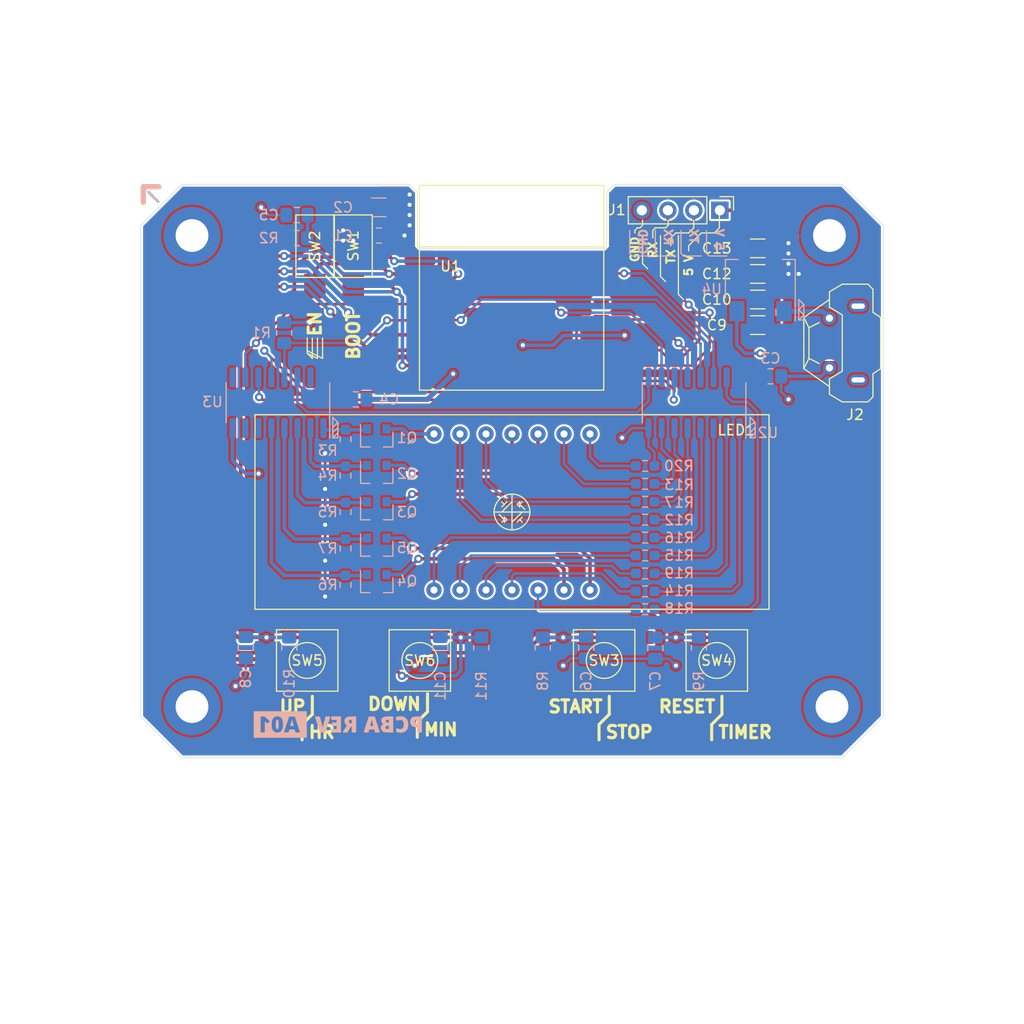
<source format=kicad_pcb>
(kicad_pcb (version 20171130) (host pcbnew "(5.1.10)-1")
  (layers (0 F.Cu signal) (31 B.Cu signal) (34 B.Paste user) (35 F.Paste user) (36 B.SilkS user) (37 F.SilkS user) (38 B.Mask user hide) (39 F.Mask user hide) (44 Edge.Cuts user))
  (net 0 "")
  (net 1 +5V)
  (net 2 +3V3)
  (net 3 ESP_RX)
  (net 4 ESP_TX)
  (net 5 "Net-(J2-Pad4)")
  (net 6 "Net-(J2-Pad3)")
  (net 7 "Net-(J2-Pad2)")
  (net 8 Char_1_Power)
  (net 9 Char_1)
  (net 10 Char_2_Power)
  (net 11 Char_2)
  (net 12 Char_3_Power)
  (net 13 Char_3)
  (net 14 Char_4_Power)
  (net 15 Char_4)
  (net 16 "Char_(':')_Power")
  (net 17 "LED_(':')")
  (net 18 LED_A)
  (net 19 LED_B)
  (net 20 LED_C)
  (net 21 LED_D)
  (net 22 LED_E)
  (net 23 LED_F)
  (net 24 LED_G)
  (net 25 LED_DP)
  (net 26 ShiftRegister_Output_Enable)
  (net 27 BTN_Down)
  (net 28 ESP_Enable)
  (net 29 BTN_StartStop)
  (net 30 BTN_ResetCountdown)
  (net 31 BTN_Up)
  (net 32 Data)
  (net 33 Latch)
  (net 34 Clock)
  (net 35 !Clear)
  (net 36 ShiftRegister_1_overflow)
  (net 37 GND)
  (net 38 "Net-(LED1-Pad13)")
  (net 39 "Net-(LED1-Pad12)")
  (net 40 "Net-(LED1-Pad9)")
  (net 41 "Net-(LED1-Pad5)")
  (net 42 "Net-(LED1-Pad4)")
  (net 43 "Net-(LED1-Pad3)")
  (net 44 "Net-(LED1-Pad2)")
  (net 45 "Net-(LED1-Pad1)")
  (net 46 "Net-(U3-Pad15)")
  (net 47 "Net-(U3-Pad7)")
  (net 48 "Net-(U3-Pad6)")
  (net 49 ESP_Reset)
  (net 50 "Net-(U1-Pad16)")
  (net 51 ShiftRegister_2_overflow)
  (net 52 "Net-(LED1-Pad8)")
  (module ".[--Stasis.Footprints.Library:PCBA Revision" (layer B.Cu) (at 33 70.75 180)
    (fp_text reference G*** hide)
    (fp_text value LOGO hide)
  )
  (module Capacitor_SMD:C_1206_3216Metric_Pad1.33x1.80mm_HandSolder (layer F.Cu) (at 74 26.75 180)
    (fp_text reference C12 (at 4 0) (layer F.SilkS))
    (fp_text value 220nF)
    (pad 1 smd roundrect (at -1.5625 0 180) (size 1.325 1.8) (layers F.Cu F.Paste F.Mask) (roundrect_rratio 0.1886784905660377) (net 2 +3V3))
    (pad 2 smd roundrect (at 1.5625 0 180) (size 1.325 1.8) (layers F.Cu F.Paste F.Mask) (roundrect_rratio 0.1886784905660377) (net 37 GND))
  )
  (module KitchenTimer:SLR0564DBA4BD (layer F.Cu) (at 50 50)
    (fp_text reference LED1 (at 21.9 -8) (layer F.SilkS))
    (fp_text value SLR0564DBA4BD)
    (pad 14 thru_hole circle (at -7.62 -7.62 180) (size 1.5 1.5) (drill 0.7) (layers *.Cu *.Mask) (net 8 Char_1_Power))
    (pad 13 thru_hole circle (at -5.08 -7.62 180) (size 1.5 1.5) (drill 0.7) (layers *.Cu *.Mask) (net 38 "Net-(LED1-Pad13)"))
    (pad 12 thru_hole circle (at -2.54 -7.62 180) (size 1.5 1.5) (drill 0.7) (layers *.Cu *.Mask) (net 39 "Net-(LED1-Pad12)"))
    (pad 11 thru_hole circle (at 0 -7.62 180) (size 1.5 1.5) (drill 0.7) (layers *.Cu *.Mask) (net 10 Char_2_Power))
    (pad 10 thru_hole circle (at 2.54 -7.62 180) (size 1.5 1.5) (drill 0.7) (layers *.Cu *.Mask) (net 12 Char_3_Power))
    (pad 9 thru_hole circle (at 5.08 -7.62 180) (size 1.5 1.5) (drill 0.7) (layers *.Cu *.Mask) (net 40 "Net-(LED1-Pad9)"))
    (pad 8 thru_hole circle (at 7.62 -7.62 180) (size 1.5 1.5) (drill 0.7) (layers *.Cu *.Mask) (net 52 "Net-(LED1-Pad8)"))
    (pad 7 thru_hole circle (at 7.62 7.62) (size 1.5 1.5) (drill 0.7) (layers *.Cu *.Mask) (net 16 "Char_(':')_Power"))
    (pad 6 thru_hole circle (at 5.08 7.62) (size 1.5 1.5) (drill 0.7) (layers *.Cu *.Mask) (net 14 Char_4_Power))
    (pad 5 thru_hole circle (at 2.54 7.62) (size 1.5 1.5) (drill 0.7) (layers *.Cu *.Mask) (net 41 "Net-(LED1-Pad5)"))
    (pad 4 thru_hole circle (at 0 7.62) (size 1.5 1.5) (drill 0.7) (layers *.Cu *.Mask) (net 42 "Net-(LED1-Pad4)"))
    (pad 3 thru_hole circle (at -2.54 7.62) (size 1.5 1.5) (drill 0.7) (layers *.Cu *.Mask) (net 43 "Net-(LED1-Pad3)"))
    (pad 2 thru_hole circle (at -5.08 7.62) (size 1.5 1.5) (drill 0.7) (layers *.Cu *.Mask) (net 44 "Net-(LED1-Pad2)"))
    (pad 1 thru_hole circle (at -7.62 7.62) (size 1.5 1.5) (drill 0.7) (layers *.Cu *.Mask) (net 45 "Net-(LED1-Pad1)"))
  )
  (module Resistor_SMD:R_0603_1608Metric_Pad0.98x0.95mm_HandSolder (layer B.Cu) (at 63 45.5)
    (fp_text reference R20 (at 3.302 0) (layer B.SilkS) (effects (justify mirror)))
    (fp_text value 10Ω)
    (pad 2 smd roundrect (at 0.9125 0) (size 0.975 0.95) (layers B.Cu B.Paste B.Mask) (net 37 GND))
    (pad 1 smd roundrect (at -0.9125 0) (size 0.975 0.95) (layers B.Cu B.Paste B.Mask) (net 52 "Net-(LED1-Pad8)"))
  )
  (module Capacitor_SMD:C_0805_2012Metric_Pad1.18x1.45mm_HandSolder (layer B.Cu) (at 75.25 36.75 180)
    (fp_text reference C3 (at 0 1.75) (layer B.SilkS) (effects (justify mirror)))
    (fp_text value 1uF)
    (pad 2 smd roundrect (at 1.0375 0 180) (size 1.175 1.45) (layers B.Cu B.Paste B.Mask) (roundrect_rratio 0.2127659574468085) (net 2 +3V3))
    (pad 1 smd roundrect (at -1.0375 0 180) (size 1.175 1.45) (layers B.Cu B.Paste B.Mask) (roundrect_rratio 0.2127659574468085) (net 37 GND))
  )
  (module Capacitor_SMD:C_0805_2012Metric_Pad1.18x1.45mm_HandSolder (layer B.Cu) (at 34.75 39 180)
    (fp_text reference C4 (at -3.25 0) (layer B.SilkS) (effects (justify mirror)))
    (fp_text value 1uF)
    (pad 2 smd roundrect (at 1.0375 0 180) (size 1.175 1.45) (layers B.Cu B.Paste B.Mask) (roundrect_rratio 0.2127659574468085) (net 2 +3V3))
    (pad 1 smd roundrect (at -1.0375 0 180) (size 1.175 1.45) (layers B.Cu B.Paste B.Mask) (roundrect_rratio 0.2127659574468085) (net 37 GND))
  )
  (module Capacitor_SMD:C_1206_3216Metric_Pad1.33x1.80mm_HandSolder (layer F.Cu) (at 74 29.25 180)
    (fp_text reference C10 (at 4 0) (layer F.SilkS))
    (fp_text value 220nF)
    (pad 2 smd roundrect (at 1.5625 0 180) (size 1.325 1.8) (layers F.Cu F.Paste F.Mask) (roundrect_rratio 0.1886784905660377) (net 37 GND))
    (pad 1 smd roundrect (at -1.5625 0 180) (size 1.325 1.8) (layers F.Cu F.Paste F.Mask) (roundrect_rratio 0.1886784905660377) (net 1 +5V))
  )
  (module Resistor_SMD:R_0805_2012Metric_Pad1.20x1.40mm_HandSolder (layer B.Cu) (at 27.75 32.5 270)
    (fp_text reference R1 (at 0 2.25) (layer B.SilkS) (effects (justify mirror)))
    (fp_text value 10k)
    (pad 2 smd roundrect (at 1 0 270) (size 1.2 1.4) (layers B.Cu B.Paste B.Mask) (roundrect_rratio 0.2083325) (net 26 ShiftRegister_Output_Enable))
    (pad 1 smd roundrect (at -1 0 270) (size 1.2 1.4) (layers B.Cu B.Paste B.Mask) (roundrect_rratio 0.2083325) (net 37 GND))
  )
  (module Resistor_SMD:R_0805_2012Metric_Pad1.20x1.40mm_HandSolder (layer B.Cu) (at 29 23.25)
    (fp_text reference R2 (at -2.75 0) (layer B.SilkS) (effects (justify mirror)))
    (fp_text value 10k)
    (pad 2 smd roundrect (at 1 0) (size 1.2 1.4) (layers B.Cu B.Paste B.Mask) (roundrect_rratio 0.2083325) (net 28 ESP_Enable))
    (pad 1 smd roundrect (at -1 0) (size 1.2 1.4) (layers B.Cu B.Paste B.Mask) (roundrect_rratio 0.2083325) (net 2 +3V3))
  )
  (module Resistor_SMD:R_0603_1608Metric_Pad0.98x0.95mm_HandSolder (layer B.Cu) (at 33.744 50 270)
    (fp_text reference R5 (at 0 1.744 180) (layer B.SilkS) (effects (justify mirror)))
    (fp_text value 10k)
    (pad 2 smd roundrect (at 0.9125 0 270) (size 0.975 0.95) (layers B.Cu B.Paste B.Mask) (net 2 +3V3))
    (pad 1 smd roundrect (at -0.9125 0 270) (size 0.975 0.95) (layers B.Cu B.Paste B.Mask) (net 13 Char_3))
  )
  (module Resistor_SMD:R_0603_1608Metric_Pad0.98x0.95mm_HandSolder (layer B.Cu) (at 33.744 42.888 270)
    (fp_text reference R3 (at 1.112 1.744 180) (layer B.SilkS) (effects (justify mirror)))
    (fp_text value 10k)
    (pad 2 smd roundrect (at 0.9125 0 270) (size 0.975 0.95) (layers B.Cu B.Paste B.Mask) (net 2 +3V3))
    (pad 1 smd roundrect (at -0.9125 0 270) (size 0.975 0.95) (layers B.Cu B.Paste B.Mask) (net 9 Char_1))
  )
  (module Resistor_SMD:R_0603_1608Metric_Pad0.98x0.95mm_HandSolder (layer B.Cu) (at 33.744 46.444 270)
    (fp_text reference R4 (at 0 1.744 180) (layer B.SilkS) (effects (justify mirror)))
    (fp_text value 10k)
    (pad 2 smd roundrect (at 0.9125 0 270) (size 0.975 0.95) (layers B.Cu B.Paste B.Mask) (net 2 +3V3))
    (pad 1 smd roundrect (at -0.9125 0 270) (size 0.975 0.95) (layers B.Cu B.Paste B.Mask) (net 11 Char_2))
  )
  (module Package_SO:SOIC-16_3.9x9.9mm_P1.27mm (layer B.Cu) (at 27.14 39.332 90)
    (fp_text reference U3 (at 0.082 -6.39 180) (layer B.SilkS) (effects (justify mirror)))
    (fp_text value "Serial to Parallel Shift Register")
    (pad 1 smd roundrect (at -2.475 4.445 90) (size 1.95 0.6) (layers B.Cu B.Paste B.Mask) (net 9 Char_1))
    (pad 2 smd roundrect (at -2.475 3.175 90) (size 1.95 0.6) (layers B.Cu B.Paste B.Mask) (net 11 Char_2))
    (pad 3 smd roundrect (at -2.475 1.905 90) (size 1.95 0.6) (layers B.Cu B.Paste B.Mask) (net 13 Char_3))
    (pad 4 smd roundrect (at -2.475 0.635 90) (size 1.95 0.6) (layers B.Cu B.Paste B.Mask) (net 17 "LED_(':')"))
    (pad 5 smd roundrect (at -2.475 -0.635 90) (size 1.95 0.6) (layers B.Cu B.Paste B.Mask) (net 15 Char_4))
    (pad 6 smd roundrect (at -2.475 -1.905 90) (size 1.95 0.6) (layers B.Cu B.Paste B.Mask) (net 48 "Net-(U3-Pad6)"))
    (pad 7 smd roundrect (at -2.475 -3.175 90) (size 1.95 0.6) (layers B.Cu B.Paste B.Mask) (net 47 "Net-(U3-Pad7)"))
    (pad 8 smd roundrect (at -2.475 -4.445 90) (size 1.95 0.6) (layers B.Cu B.Paste B.Mask) (net 37 GND))
    (pad 9 smd roundrect (at 2.475 -4.445 90) (size 1.95 0.6) (layers B.Cu B.Paste B.Mask) (net 51 ShiftRegister_2_overflow))
    (pad 10 smd roundrect (at 2.475 -3.175 90) (size 1.95 0.6) (layers B.Cu B.Paste B.Mask) (net 35 !Clear))
    (pad 11 smd roundrect (at 2.475 -1.905 90) (size 1.95 0.6) (layers B.Cu B.Paste B.Mask) (net 34 Clock))
    (pad 12 smd roundrect (at 2.475 -0.635 90) (size 1.95 0.6) (layers B.Cu B.Paste B.Mask) (net 33 Latch))
    (pad 13 smd roundrect (at 2.475 0.635 90) (size 1.95 0.6) (layers B.Cu B.Paste B.Mask) (net 26 ShiftRegister_Output_Enable))
    (pad 14 smd roundrect (at 2.475 1.905 90) (size 1.95 0.6) (layers B.Cu B.Paste B.Mask) (net 36 ShiftRegister_1_overflow))
    (pad 15 smd roundrect (at 2.475 3.175 90) (size 1.95 0.6) (layers B.Cu B.Paste B.Mask) (net 46 "Net-(U3-Pad15)"))
    (pad 16 smd roundrect (at 2.475 4.445 90) (size 1.95 0.6) (layers B.Cu B.Paste B.Mask) (net 2 +3V3))
  )
  (module MountingHole:MountingHole_3.2mm_M3_DIN965_Pad (layer F.Cu) (at 18.75 23)
    (fp_text reference J6 hide)
    (fp_text value "Mounting Hole")
    (pad 1 thru_hole circle (at 0 0) (size 5.6 5.6) (drill 3.2) (layers *.Cu *.Mask) (net 37 GND))
  )
  (module MountingHole:MountingHole_3.2mm_M3_DIN965_Pad (layer F.Cu) (at 18.75 69)
    (fp_text reference J5 hide)
    (fp_text value "Mounting Hole")
    (pad 1 thru_hole circle (at 0 0) (size 5.6 5.6) (drill 3.2) (layers *.Cu *.Mask) (net 37 GND))
  )
  (module MountingHole:MountingHole_3.2mm_M3_DIN965_Pad (layer F.Cu) (at 81 23)
    (fp_text reference J4 hide)
    (fp_text value "Mounting Hole")
    (pad 1 thru_hole circle (at 0 0) (size 5.6 5.6) (drill 3.2) (layers *.Cu *.Mask) (net 37 GND))
  )
  (module MountingHole:MountingHole_3.2mm_M3_DIN965_Pad (layer F.Cu) (at 81.25 69)
    (fp_text reference J3 hide)
    (fp_text value "Mounting Hole")
    (pad 1 thru_hole circle (at 0 0) (size 5.6 5.6) (drill 3.2) (layers *.Cu *.Mask) (net 37 GND))
  )
  (module Package_TO_SOT_SMD:SOT-223-3_TabPin2 (layer B.Cu) (at 74.25 27.25 90)
    (fp_text reference U4 (at -1 -4.75 180) (layer B.SilkS) (effects (justify mirror)))
    (fp_text value "3.3 V Linear Regulator")
    (pad 2 smd rect (at 3.15 0 90) (size 2 3.8) (layers B.Cu B.Paste B.Mask) (net 2 +3V3))
    (pad 2 smd rect (at -3.15 0 90) (size 2 1.5) (layers B.Cu B.Paste B.Mask) (net 2 +3V3))
    (pad 3 smd rect (at -3.15 -2.3 90) (size 2 1.5) (layers B.Cu B.Paste B.Mask) (net 1 +5V))
    (pad 1 smd rect (at -3.15 2.3 90) (size 2 1.5) (layers B.Cu B.Paste B.Mask) (net 37 GND))
  )
  (module Resistor_SMD:R_0805_2012Metric_Pad1.20x1.40mm_HandSolder (layer B.Cu) (at 47 63.25 90)
    (fp_text reference R11 (at -3.75 0 90) (layer B.SilkS) (effects (justify mirror)))
    (fp_text value 10k)
    (pad 1 smd roundrect (at -1 0 90) (size 1.2 1.4) (layers B.Cu B.Paste B.Mask) (roundrect_rratio 0.2083325) (net 2 +3V3))
    (pad 2 smd roundrect (at 1 0 90) (size 1.2 1.4) (layers B.Cu B.Paste B.Mask) (roundrect_rratio 0.2083325) (net 27 BTN_Down))
  )
  (module Resistor_SMD:R_0805_2012Metric_Pad1.20x1.40mm_HandSolder (layer B.Cu) (at 28.25 63.25 90)
    (fp_text reference R10 (at -3.5 0 270) (layer B.SilkS) (effects (justify mirror)))
    (fp_text value 10k)
    (pad 1 smd roundrect (at -1 0 90) (size 1.2 1.4) (layers B.Cu B.Paste B.Mask) (roundrect_rratio 0.2083325) (net 2 +3V3))
    (pad 2 smd roundrect (at 1 0 90) (size 1.2 1.4) (layers B.Cu B.Paste B.Mask) (roundrect_rratio 0.2083325) (net 31 BTN_Up))
  )
  (module Resistor_SMD:R_0805_2012Metric_Pad1.20x1.40mm_HandSolder (layer B.Cu) (at 68.25 63.25 90)
    (fp_text reference R9 (at -3.25 0 90) (layer B.SilkS) (effects (justify mirror)))
    (fp_text value 10k)
    (pad 1 smd roundrect (at -1 0 90) (size 1.2 1.4) (layers B.Cu B.Paste B.Mask) (roundrect_rratio 0.2083325) (net 2 +3V3))
    (pad 2 smd roundrect (at 1 0 90) (size 1.2 1.4) (layers B.Cu B.Paste B.Mask) (roundrect_rratio 0.2083325) (net 30 BTN_ResetCountdown))
  )
  (module Resistor_SMD:R_0805_2012Metric_Pad1.20x1.40mm_HandSolder (layer B.Cu) (at 53 63.25 90)
    (fp_text reference R8 (at -3.25 0 90) (layer B.SilkS) (effects (justify mirror)))
    (fp_text value 10k)
    (pad 1 smd roundrect (at -1 0 90) (size 1.2 1.4) (layers B.Cu B.Paste B.Mask) (roundrect_rratio 0.2083325) (net 2 +3V3))
    (pad 2 smd roundrect (at 1 0 90) (size 1.2 1.4) (layers B.Cu B.Paste B.Mask) (roundrect_rratio 0.2083325) (net 29 BTN_StartStop))
  )
  (module Package_TO_SOT_SMD:SOT-23 (layer B.Cu) (at 36.792 50 270)
    (fp_text reference Q3 (at 0 -2.958 180) (layer B.SilkS) (effects (justify mirror)))
    (fp_text value "P 1V 250uA 4A SOT-23")
    (pad 1 smd rect (at -1 0.95 270) (size 0.9 0.8) (layers B.Cu B.Paste B.Mask) (net 13 Char_3))
    (pad 2 smd rect (at -1 -0.95 270) (size 0.9 0.8) (layers B.Cu B.Paste B.Mask) (net 12 Char_3_Power))
    (pad 3 smd rect (at 1 0 270) (size 0.9 0.8) (layers B.Cu B.Paste B.Mask) (net 2 +3V3))
  )
  (module Resistor_SMD:R_0603_1608Metric_Pad0.98x0.95mm_HandSolder (layer B.Cu) (at 33.744 53.556 270)
    (fp_text reference R7 (at 0 1.744 180) (layer B.SilkS) (effects (justify mirror)))
    (fp_text value 10k)
    (pad 1 smd roundrect (at -0.9125 0 270) (size 0.975 0.95) (layers B.Cu B.Paste B.Mask) (net 17 "LED_(':')"))
    (pad 2 smd roundrect (at 0.9125 0 270) (size 0.975 0.95) (layers B.Cu B.Paste B.Mask) (net 2 +3V3))
  )
  (module Package_TO_SOT_SMD:SOT-23 (layer B.Cu) (at 36.792 57.112 270)
    (fp_text reference Q4 (at -0.362 -2.958 180) (layer B.SilkS) (effects (justify mirror)))
    (fp_text value "P 1V 250uA 4A SOT-23")
    (pad 1 smd rect (at -1 0.95 270) (size 0.9 0.8) (layers B.Cu B.Paste B.Mask) (net 15 Char_4))
    (pad 2 smd rect (at -1 -0.95 270) (size 0.9 0.8) (layers B.Cu B.Paste B.Mask) (net 14 Char_4_Power))
    (pad 3 smd rect (at 1 0 270) (size 0.9 0.8) (layers B.Cu B.Paste B.Mask) (net 2 +3V3))
  )
  (module Resistor_SMD:R_0603_1608Metric_Pad0.98x0.95mm_HandSolder (layer B.Cu) (at 33.744 57.112 270)
    (fp_text reference R6 (at 0 1.744 180) (layer B.SilkS) (effects (justify mirror)))
    (fp_text value 10k)
    (pad 1 smd roundrect (at -0.9125 0 270) (size 0.975 0.95) (layers B.Cu B.Paste B.Mask) (net 15 Char_4))
    (pad 2 smd roundrect (at 0.9125 0 270) (size 0.975 0.95) (layers B.Cu B.Paste B.Mask) (net 2 +3V3))
  )
  (module Resistor_SMD:R_0603_1608Metric_Pad0.98x0.95mm_HandSolder (layer B.Cu) (at 63 56)
    (fp_text reference R19 (at 3.332 -0.032) (layer B.SilkS) (effects (justify mirror)))
    (fp_text value 10Ω)
    (pad 1 smd roundrect (at -0.9125 0) (size 0.975 0.95) (layers B.Cu B.Paste B.Mask) (net 43 "Net-(LED1-Pad3)"))
    (pad 2 smd roundrect (at 0.9125 0) (size 0.975 0.95) (layers B.Cu B.Paste B.Mask) (net 25 LED_DP))
  )
  (module Package_TO_SOT_SMD:SOT-23 (layer B.Cu) (at 36.792 53.556 270)
    (fp_text reference Q5 (at -0.056 -2.958 180) (layer B.SilkS) (effects (justify mirror)))
    (fp_text value "P 1V 250uA 4A SOT-23")
    (pad 1 smd rect (at -1 0.95 270) (size 0.9 0.8) (layers B.Cu B.Paste B.Mask) (net 17 "LED_(':')"))
    (pad 2 smd rect (at -1 -0.95 270) (size 0.9 0.8) (layers B.Cu B.Paste B.Mask) (net 16 "Char_(':')_Power"))
    (pad 3 smd rect (at 1 0 270) (size 0.9 0.8) (layers B.Cu B.Paste B.Mask) (net 2 +3V3))
  )
  (module Resistor_SMD:R_0603_1608Metric_Pad0.98x0.95mm_HandSolder (layer B.Cu) (at 63 59.5)
    (fp_text reference R18 (at 3.332 -0.08) (layer B.SilkS) (effects (justify mirror)))
    (fp_text value 10Ω)
    (pad 1 smd roundrect (at -0.9125 0) (size 0.975 0.95) (layers B.Cu B.Paste B.Mask) (net 41 "Net-(LED1-Pad5)"))
    (pad 2 smd roundrect (at 0.9125 0) (size 0.975 0.95) (layers B.Cu B.Paste B.Mask) (net 24 LED_G))
  )
  (module Resistor_SMD:R_0603_1608Metric_Pad0.98x0.95mm_HandSolder (layer B.Cu) (at 63 49)
    (fp_text reference R17 (at 3.332 0.064) (layer B.SilkS) (effects (justify mirror)))
    (fp_text value 10Ω)
    (pad 1 smd roundrect (at -0.9125 0) (size 0.975 0.95) (layers B.Cu B.Paste B.Mask) (net 39 "Net-(LED1-Pad12)"))
    (pad 2 smd roundrect (at 0.9125 0) (size 0.975 0.95) (layers B.Cu B.Paste B.Mask) (net 23 LED_F))
  )
  (module Package_SO:SOIC-16_3.9x9.9mm_P1.27mm (layer B.Cu) (at 67.78 39.332 90)
    (fp_text reference U2 (at -2.918 7.22 180) (layer B.SilkS) (effects (justify mirror)))
    (fp_text value "Serial to Parallel Shift Register")
    (pad 1 smd roundrect (at -2.475 4.445 90) (size 1.95 0.6) (layers B.Cu B.Paste B.Mask) (net 20 LED_C))
    (pad 2 smd roundrect (at -2.475 3.175 90) (size 1.95 0.6) (layers B.Cu B.Paste B.Mask) (net 25 LED_DP))
    (pad 3 smd roundrect (at -2.475 1.905 90) (size 1.95 0.6) (layers B.Cu B.Paste B.Mask) (net 21 LED_D))
    (pad 4 smd roundrect (at -2.475 0.635 90) (size 1.95 0.6) (layers B.Cu B.Paste B.Mask) (net 22 LED_E))
    (pad 5 smd roundrect (at -2.475 -0.635 90) (size 1.95 0.6) (layers B.Cu B.Paste B.Mask) (net 18 LED_A))
    (pad 6 smd roundrect (at -2.475 -1.905 90) (size 1.95 0.6) (layers B.Cu B.Paste B.Mask) (net 23 LED_F))
    (pad 7 smd roundrect (at -2.475 -3.175 90) (size 1.95 0.6) (layers B.Cu B.Paste B.Mask) (net 19 LED_B))
    (pad 8 smd roundrect (at -2.475 -4.445 90) (size 1.95 0.6) (layers B.Cu B.Paste B.Mask) (net 37 GND))
    (pad 9 smd roundrect (at 2.475 -4.445 90) (size 1.95 0.6) (layers B.Cu B.Paste B.Mask) (net 36 ShiftRegister_1_overflow))
    (pad 10 smd roundrect (at 2.475 -3.175 90) (size 1.95 0.6) (layers B.Cu B.Paste B.Mask) (net 35 !Clear))
    (pad 11 smd roundrect (at 2.475 -1.905 90) (size 1.95 0.6) (layers B.Cu B.Paste B.Mask) (net 34 Clock))
    (pad 12 smd roundrect (at 2.475 -0.635 90) (size 1.95 0.6) (layers B.Cu B.Paste B.Mask) (net 33 Latch))
    (pad 13 smd roundrect (at 2.475 0.635 90) (size 1.95 0.6) (layers B.Cu B.Paste B.Mask) (net 26 ShiftRegister_Output_Enable))
    (pad 14 smd roundrect (at 2.475 1.905 90) (size 1.95 0.6) (layers B.Cu B.Paste B.Mask) (net 32 Data))
    (pad 15 smd roundrect (at 2.475 3.175 90) (size 1.95 0.6) (layers B.Cu B.Paste B.Mask) (net 24 LED_G))
    (pad 16 smd roundrect (at 2.475 4.445 90) (size 1.95 0.6) (layers B.Cu B.Paste B.Mask) (net 2 +3V3))
  )
  (module Package_TO_SOT_SMD:SOT-23 (layer B.Cu) (at 36.792 46.444 270)
    (fp_text reference Q2 (at -0.194 -2.958 180) (layer B.SilkS) (effects (justify mirror)))
    (fp_text value "P 1V 250uA 4A SOT-23")
    (pad 1 smd rect (at -1 0.95 270) (size 0.9 0.8) (layers B.Cu B.Paste B.Mask) (net 11 Char_2))
    (pad 2 smd rect (at -1 -0.95 270) (size 0.9 0.8) (layers B.Cu B.Paste B.Mask) (net 10 Char_2_Power))
    (pad 3 smd rect (at 1 0 270) (size 0.9 0.8) (layers B.Cu B.Paste B.Mask) (net 2 +3V3))
  )
  (module Package_TO_SOT_SMD:SOT-23 (layer B.Cu) (at 36.792 42.888 270)
    (fp_text reference Q1 (at -0.138 -2.958) (layer B.SilkS) (effects (justify mirror)))
    (fp_text value "P 1V 250uA 4A SOT-23")
    (pad 1 smd rect (at -1 0.95 270) (size 0.9 0.8) (layers B.Cu B.Paste B.Mask) (net 9 Char_1))
    (pad 2 smd rect (at -1 -0.95 270) (size 0.9 0.8) (layers B.Cu B.Paste B.Mask) (net 8 Char_1_Power))
    (pad 3 smd rect (at 1 0 270) (size 0.9 0.8) (layers B.Cu B.Paste B.Mask) (net 2 +3V3))
  )
  (module .[--Stasis.Footprints.Library:ESP-WROOM-02D (layer F.Cu) (at 49.96 31.2)
    (fp_text reference U1 (at -5.96 -5.2) (layer F.SilkS))
    (fp_text value ESP-WROOM-02D)
    (pad 1 smd rect (at -8.75 -6) (size 1.5 0.9) (layers F.Cu F.Paste F.Mask) (net 2 +3V3))
    (pad 2 smd rect (at -8.75 -4.5) (size 1.5 0.9) (layers F.Cu F.Paste F.Mask) (net 28 ESP_Enable))
    (pad 3 smd rect (at -8.75 -3) (size 1.5 0.9) (layers F.Cu F.Paste F.Mask) (net 30 BTN_ResetCountdown))
    (pad 4 smd rect (at -8.75 -1.5) (size 1.5 0.9) (layers F.Cu F.Paste F.Mask) (net 35 !Clear))
    (pad 5 smd rect (at -8.75 0) (size 1.5 0.9) (layers F.Cu F.Paste F.Mask) (net 26 ShiftRegister_Output_Enable))
    (pad 6 smd rect (at -8.75 1.5) (size 1.5 0.9) (layers F.Cu F.Paste F.Mask) (net 29 BTN_StartStop))
    (pad 7 smd rect (at -8.75 3) (size 1.5 0.9) (layers F.Cu F.Paste F.Mask) (net 31 BTN_Up))
    (pad 8 smd rect (at -8.75 4.5) (size 1.5 0.9) (layers F.Cu F.Paste F.Mask) (net 27 BTN_Down))
    (pad 9 smd rect (at -8.75 6) (size 1.5 0.9) (layers F.Cu F.Paste F.Mask) (net 37 GND))
    (pad 10 smd rect (at 8.75 6) (size 1.5 0.9) (layers F.Cu F.Paste F.Mask) (net 34 Clock))
    (pad 11 smd rect (at 8.75 4.5) (size 1.5 0.9) (layers F.Cu F.Paste F.Mask) (net 3 ESP_RX))
    (pad 12 smd rect (at 8.75 3) (size 1.5 0.9) (layers F.Cu F.Paste F.Mask) (net 4 ESP_TX))
    (pad 13 smd rect (at 8.75 1.5) (size 1.5 0.9) (layers F.Cu F.Paste F.Mask) (net 37 GND))
    (pad 14 smd rect (at 8.75 0) (size 1.5 0.9) (layers F.Cu F.Paste F.Mask) (net 33 Latch))
    (pad 15 smd rect (at 8.75 -1.5) (size 1.5 0.9) (layers F.Cu F.Paste F.Mask) (net 49 ESP_Reset))
    (pad 16 smd rect (at 8.75 -3) (size 1.5 0.9) (layers F.Cu F.Paste F.Mask) (net 50 "Net-(U1-Pad16)"))
    (pad 17 smd rect (at 8.75 -4.5) (size 1.5 0.9) (layers F.Cu F.Paste F.Mask) (net 32 Data))
    (pad 18 smd rect (at 8.75 -6) (size 1.5 0.9) (layers F.Cu F.Paste F.Mask) (net 37 GND))
    (pad 19 smd rect (at 1.1 2.51) (size 4 4) (layers F.Cu F.Mask) (net 37 GND))
  )
  (module .[--Stasis.Footprints.Library:U-F-M5DD-Y-L (layer F.Cu) (at 81 33.5 270)
    (fp_text reference J2 (at 7 -2.5 180) (layer F.SilkS))
    (fp_text value MicroUSB)
    (pad 6 thru_hole oval (at -3.6 -2.8 270) (size 1.1 1.8) (drill oval 0.5 1.3) (layers *.Cu *.Mask) (net 37 GND))
    (pad 6 smd roundrect (at 0 -2.8 90) (size 3 2) (layers F.Cu F.Paste F.Mask) (net 37 GND))
    (pad 5 smd rect (at -1.35 0 270) (size 0.4 1.25) (layers F.Cu F.Paste F.Mask) (net 37 GND))
    (pad 4 smd rect (at -0.65 0 270) (size 0.4 1.25) (layers F.Cu F.Paste F.Mask) (net 5 "Net-(J2-Pad4)"))
    (pad 3 smd rect (at 0 0 270) (size 0.4 1.25) (layers F.Cu F.Paste F.Mask) (net 6 "Net-(J2-Pad3)"))
    (pad 2 smd rect (at 0.65 0 270) (size 0.4 1.25) (layers F.Cu F.Paste F.Mask) (net 7 "Net-(J2-Pad2)"))
    (pad 1 smd rect (at 1.3 0 270) (size 0.4 1.25) (layers F.Cu F.Paste F.Mask) (net 1 +5V))
    (pad 6 thru_hole circle (at -2.425 0 270) (size 1.29 1.29) (drill 0.7) (layers *.Cu *.Mask) (net 37 GND))
    (pad 6 thru_hole circle (at 2.425 0 90) (size 1.29 1.29) (drill 0.7) (layers *.Cu *.Mask) (net 37 GND))
    (pad 6 thru_hole oval (at -3.6 -2.8 270) (size 1.1 1.8) (drill oval 0.5 1.3) (layers *.Cu *.Mask) (net 37 GND))
    (pad 6 thru_hole oval (at 3.6 -2.8 90) (size 1.1 1.8) (drill oval 0.5 1.3) (layers *.Cu *.Mask) (net 37 GND))
  )
  (module Capacitor_SMD:C_1206_3216Metric_Pad1.33x1.80mm_HandSolder (layer F.Cu) (at 74 24.25 180)
    (fp_text reference C13 (at 4 0) (layer F.SilkS))
    (fp_text value 10uF)
    (pad 1 smd roundrect (at -1.5625 0 180) (size 1.325 1.8) (layers F.Cu F.Paste F.Mask) (roundrect_rratio 0.1886784905660377) (net 2 +3V3))
    (pad 2 smd roundrect (at 1.5625 0 180) (size 1.325 1.8) (layers F.Cu F.Paste F.Mask) (roundrect_rratio 0.1886784905660377) (net 37 GND))
  )
  (module Capacitor_SMD:C_1206_3216Metric_Pad1.33x1.80mm_HandSolder (layer F.Cu) (at 74 31.75 180)
    (fp_text reference C9 (at 4 0) (layer F.SilkS))
    (fp_text value 10uF)
    (pad 2 smd roundrect (at 1.5625 0 180) (size 1.325 1.8) (layers F.Cu F.Paste F.Mask) (roundrect_rratio 0.1886784905660377) (net 37 GND))
    (pad 1 smd roundrect (at -1.5625 0 180) (size 1.325 1.8) (layers F.Cu F.Paste F.Mask) (roundrect_rratio 0.1886784905660377) (net 1 +5V))
  )
  (module Capacitor_SMD:C_0805_2012Metric_Pad1.18x1.45mm_HandSolder (layer B.Cu) (at 37 23)
    (fp_text reference C1 (at -3.5 0) (layer B.SilkS) (effects (justify mirror)))
    (fp_text value 1uF)
    (pad 2 smd roundrect (at 1.0375 0) (size 1.175 1.45) (layers B.Cu B.Paste B.Mask) (roundrect_rratio 0.2127659574468085) (net 2 +3V3))
    (pad 1 smd roundrect (at -1.0375 0) (size 1.175 1.45) (layers B.Cu B.Paste B.Mask) (roundrect_rratio 0.2127659574468085) (net 37 GND))
  )
  (module Capacitor_SMD:C_0805_2012Metric_Pad1.18x1.45mm_HandSolder (layer B.Cu) (at 43 63.25 270)
    (fp_text reference C11 (at 3.75 0 270) (layer B.SilkS) (effects (justify mirror)))
    (fp_text value 1uF)
    (pad 2 smd roundrect (at 1.0375 0 270) (size 1.175 1.45) (layers B.Cu B.Paste B.Mask) (roundrect_rratio 0.2127659574468085) (net 37 GND))
    (pad 1 smd roundrect (at -1.0375 0 270) (size 1.175 1.45) (layers B.Cu B.Paste B.Mask) (roundrect_rratio 0.2127659574468085) (net 27 BTN_Down))
  )
  (module Capacitor_SMD:C_0805_2012Metric_Pad1.18x1.45mm_HandSolder (layer B.Cu) (at 24 63.25 270)
    (fp_text reference C8 (at 3 0 90) (layer B.SilkS) (effects (justify mirror)))
    (fp_text value 1uF)
    (pad 2 smd roundrect (at 1.0375 0 270) (size 1.175 1.45) (layers B.Cu B.Paste B.Mask) (roundrect_rratio 0.2127659574468085) (net 37 GND))
    (pad 1 smd roundrect (at -1.0375 0 270) (size 1.175 1.45) (layers B.Cu B.Paste B.Mask) (roundrect_rratio 0.2127659574468085) (net 31 BTN_Up))
  )
  (module Capacitor_SMD:C_0805_2012Metric_Pad1.18x1.45mm_HandSolder (layer B.Cu) (at 64 63.2875 270)
    (fp_text reference C7 (at 3.2125 0 90) (layer B.SilkS) (effects (justify mirror)))
    (fp_text value 1uF)
    (pad 2 smd roundrect (at 1.0375 0 270) (size 1.175 1.45) (layers B.Cu B.Paste B.Mask) (roundrect_rratio 0.2127659574468085) (net 37 GND))
    (pad 1 smd roundrect (at -1.0375 0 270) (size 1.175 1.45) (layers B.Cu B.Paste B.Mask) (roundrect_rratio 0.2127659574468085) (net 30 BTN_ResetCountdown))
  )
  (module Capacitor_SMD:C_0805_2012Metric_Pad1.18x1.45mm_HandSolder (layer B.Cu) (at 57.25 63.25 270)
    (fp_text reference C6 (at 3.25 0 90) (layer B.SilkS) (effects (justify mirror)))
    (fp_text value 1uF)
    (pad 2 smd roundrect (at 1.0375 0 270) (size 1.175 1.45) (layers B.Cu B.Paste B.Mask) (roundrect_rratio 0.2127659574468085) (net 37 GND))
    (pad 1 smd roundrect (at -1.0375 0 270) (size 1.175 1.45) (layers B.Cu B.Paste B.Mask) (roundrect_rratio 0.2127659574468085) (net 29 BTN_StartStop))
  )
  (module Capacitor_SMD:C_0805_2012Metric_Pad1.18x1.45mm_HandSolder (layer B.Cu) (at 29 21 180)
    (fp_text reference C5 (at 2.75 0) (layer B.SilkS) (effects (justify mirror)))
    (fp_text value 1uF)
    (pad 1 smd roundrect (at -1.0375 0 180) (size 1.175 1.45) (layers B.Cu B.Paste B.Mask) (roundrect_rratio 0.2127659574468085) (net 28 ESP_Enable))
    (pad 2 smd roundrect (at 1.0375 0 180) (size 1.175 1.45) (layers B.Cu B.Paste B.Mask) (roundrect_rratio 0.2127659574468085) (net 37 GND))
  )
  (module Resistor_SMD:R_0603_1608Metric_Pad0.98x0.95mm_HandSolder (layer B.Cu) (at 63 54.25)
    (fp_text reference R15 (at 3.332 -0.008) (layer B.SilkS) (effects (justify mirror)))
    (fp_text value 10Ω)
    (pad 1 smd roundrect (at -0.9125 0) (size 0.975 0.95) (layers B.Cu B.Paste B.Mask) (net 44 "Net-(LED1-Pad2)"))
    (pad 2 smd roundrect (at 0.9125 0) (size 0.975 0.95) (layers B.Cu B.Paste B.Mask) (net 21 LED_D))
  )
  (module Resistor_SMD:R_0603_1608Metric_Pad0.98x0.95mm_HandSolder (layer B.Cu) (at 63 52.5)
    (fp_text reference R16 (at 3.332 0.016) (layer B.SilkS) (effects (justify mirror)))
    (fp_text value 10Ω)
    (pad 1 smd roundrect (at -0.9125 0) (size 0.975 0.95) (layers B.Cu B.Paste B.Mask) (net 45 "Net-(LED1-Pad1)"))
    (pad 2 smd roundrect (at 0.9125 0) (size 0.975 0.95) (layers B.Cu B.Paste B.Mask) (net 22 LED_E))
  )
  (module Resistor_SMD:R_0603_1608Metric_Pad0.98x0.95mm_HandSolder (layer B.Cu) (at 63 47.25)
    (fp_text reference R13 (at 3.332 0.088) (layer B.SilkS) (effects (justify mirror)))
    (fp_text value 10Ω)
    (pad 1 smd roundrect (at -0.9125 0) (size 0.975 0.95) (layers B.Cu B.Paste B.Mask) (net 40 "Net-(LED1-Pad9)"))
    (pad 2 smd roundrect (at 0.9125 0) (size 0.975 0.95) (layers B.Cu B.Paste B.Mask) (net 19 LED_B))
  )
  (module Resistor_SMD:R_0603_1608Metric_Pad0.98x0.95mm_HandSolder (layer B.Cu) (at 63 57.75)
    (fp_text reference R14 (at 3.332 -0.056) (layer B.SilkS) (effects (justify mirror)))
    (fp_text value 10Ω)
    (pad 1 smd roundrect (at -0.9125 0) (size 0.975 0.95) (layers B.Cu B.Paste B.Mask) (net 42 "Net-(LED1-Pad4)"))
    (pad 2 smd roundrect (at 0.9125 0) (size 0.975 0.95) (layers B.Cu B.Paste B.Mask) (net 20 LED_C))
  )
  (module Resistor_SMD:R_0603_1608Metric_Pad0.98x0.95mm_HandSolder (layer B.Cu) (at 63 50.75)
    (fp_text reference R12 (at 3.332 0.04) (layer B.SilkS) (effects (justify mirror)))
    (fp_text value 10Ω)
    (pad 1 smd roundrect (at -0.9125 0) (size 0.975 0.95) (layers B.Cu B.Paste B.Mask) (net 38 "Net-(LED1-Pad13)"))
    (pad 2 smd roundrect (at 0.9125 0) (size 0.975 0.95) (layers B.Cu B.Paste B.Mask) (net 18 LED_A))
  )
  (module Connector_PinHeader_2.54mm:PinHeader_1x04_P2.54mm_Vertical (layer F.Cu) (at 70.301281 20.534799 270)
    (fp_text reference J1 (at -0.034799 10.051281) (layer F.SilkS))
    (fp_text value "2.54mm 1x4")
    (pad 4 thru_hole oval (at 0 7.62 270) (size 1.7 1.7) (drill 1) (layers *.Cu *.Mask) (net 37 GND))
    (pad 3 thru_hole oval (at 0 5.08 270) (size 1.7 1.7) (drill 1) (layers *.Cu *.Mask) (net 3 ESP_RX))
    (pad 2 thru_hole oval (at 0 2.54 270) (size 1.7 1.7) (drill 1) (layers *.Cu *.Mask) (net 4 ESP_TX))
    (pad 1 thru_hole rect (at 0 0 270) (size 1.7 1.7) (drill 1) (layers *.Cu *.Mask) (net 1 +5V))
  )
  (module Capacitor_SMD:C_1206_3216Metric_Pad1.33x1.80mm_HandSolder (layer B.Cu) (at 37 20.25 180)
    (fp_text reference C2 (at 3.5 0) (layer B.SilkS) (effects (justify mirror)))
    (fp_text value 10uF)
    (pad 2 smd roundrect (at 1.5625 0 180) (size 1.325 1.8) (layers B.Cu B.Paste B.Mask) (roundrect_rratio 0.1886784905660377) (net 37 GND))
    (pad 1 smd roundrect (at -1.5625 0 180) (size 1.325 1.8) (layers B.Cu B.Paste B.Mask) (roundrect_rratio 0.1886784905660377) (net 2 +3V3))
  )
  (module .[--Stasis.Footprints.Library:PTS645SK50SMTR92LFS (layer F.Cu) (at 41 64.5)
    (fp_text reference SW6 (at 0 0) (layer F.SilkS))
    (fp_text value SPST)
    (pad 3 smd rect (at 3.975 -2.25) (size 1.55 1.3) (layers F.Cu F.Paste F.Mask) (net 27 BTN_Down))
    (pad 4 smd rect (at 3.975 2.25) (size 1.55 1.3) (layers F.Cu F.Paste F.Mask) (net 37 GND))
    (pad 2 smd rect (at -3.975 2.25) (size 1.55 1.3) (layers F.Cu F.Paste F.Mask) (net 37 GND))
    (pad 1 smd rect (at -3.975 -2.25) (size 1.55 1.3) (layers F.Cu F.Paste F.Mask) (net 27 BTN_Down))
  )
  (module .[--Stasis.Footprints.Library:PTS645SK50SMTR92LFS (layer F.Cu) (at 30 64.5)
    (fp_text reference SW5 (at 0 0) (layer F.SilkS))
    (fp_text value SPST)
    (pad 3 smd rect (at 3.975 -2.25) (size 1.55 1.3) (layers F.Cu F.Paste F.Mask) (net 31 BTN_Up))
    (pad 4 smd rect (at 3.975 2.25) (size 1.55 1.3) (layers F.Cu F.Paste F.Mask) (net 37 GND))
    (pad 2 smd rect (at -3.975 2.25) (size 1.55 1.3) (layers F.Cu F.Paste F.Mask) (net 37 GND))
    (pad 1 smd rect (at -3.975 -2.25) (size 1.55 1.3) (layers F.Cu F.Paste F.Mask) (net 31 BTN_Up))
  )
  (module .[--Stasis.Footprints.Library:PTS645SK50SMTR92LFS (layer F.Cu) (at 70 64.5)
    (fp_text reference SW4 (at 0 0) (layer F.SilkS))
    (fp_text value SPST)
    (pad 3 smd rect (at 3.975 -2.25) (size 1.55 1.3) (layers F.Cu F.Paste F.Mask) (net 30 BTN_ResetCountdown))
    (pad 4 smd rect (at 3.975 2.25) (size 1.55 1.3) (layers F.Cu F.Paste F.Mask) (net 37 GND))
    (pad 2 smd rect (at -3.975 2.25) (size 1.55 1.3) (layers F.Cu F.Paste F.Mask) (net 37 GND))
    (pad 1 smd rect (at -3.975 -2.25) (size 1.55 1.3) (layers F.Cu F.Paste F.Mask) (net 30 BTN_ResetCountdown))
  )
  (module .[--Stasis.Footprints.Library:PTS645SK50SMTR92LFS (layer F.Cu) (at 59 64.5)
    (fp_text reference SW3 (at 0 0) (layer F.SilkS))
    (fp_text value SPST)
    (pad 3 smd rect (at 3.975 -2.25) (size 1.55 1.3) (layers F.Cu F.Paste F.Mask) (net 29 BTN_StartStop))
    (pad 4 smd rect (at 3.975 2.25) (size 1.55 1.3) (layers F.Cu F.Paste F.Mask) (net 37 GND))
    (pad 2 smd rect (at -3.975 2.25) (size 1.55 1.3) (layers F.Cu F.Paste F.Mask) (net 37 GND))
    (pad 1 smd rect (at -3.975 -2.25) (size 1.55 1.3) (layers F.Cu F.Paste F.Mask) (net 29 BTN_StartStop))
  )
  (module .[--Stasis.Footprints.Library:PTS636_SM25F_SMTR_LFS (layer F.Cu) (at 30.75 27.94 90)
    (fp_text reference SW2 (at 3.9 0 270) (layer F.SilkS))
    (fp_text value SPST)
    (pad 1 smd rect (at 0 0 180) (size 2.1 2.4) (layers F.Cu F.Paste F.Mask) (net 28 ESP_Enable))
    (pad 2 smd rect (at 7.8 0 180) (size 2.1 2.4) (layers F.Cu F.Paste F.Mask) (net 37 GND))
  )
  (module .[--Stasis.Footprints.Library:PTS636_SM25F_SMTR_LFS (layer F.Cu) (at 34.5 27.94 90)
    (fp_text reference SW1 (at 3.94 0 270) (layer F.SilkS))
    (fp_text value SPST)
    (pad 1 smd rect (at 0 0 180) (size 2.1 2.4) (layers F.Cu F.Paste F.Mask) (net 27 BTN_Down))
    (pad 2 smd rect (at 7.8 0 180) (size 2.1 2.4) (layers F.Cu F.Paste F.Mask) (net 37 GND))
  )
  (gr_line (start 61.75 25) (end 63.5 25) (layer B.SilkS) (width 0.12))
  (gr_line (start 61.5 24.75) (end 61.75 25) (layer B.SilkS) (width 0.12))
  (gr_line (start 61.5 22.5) (end 61.5 24.75) (layer B.SilkS) (width 0.12))
  (gr_line (start 64.25 25) (end 66 25) (layer B.SilkS) (width 0.12))
  (gr_line (start 64 24.75) (end 64.25 25) (layer B.SilkS) (width 0.12))
  (gr_line (start 64 22.5) (end 64 24.75) (layer B.SilkS) (width 0.12))
  (gr_line (start 66.75 25) (end 68.5 25) (layer B.SilkS) (width 0.12))
  (gr_line (start 66.5 24.75) (end 66.75 25) (layer B.SilkS) (width 0.12))
  (gr_line (start 66.5 22.5) (end 66.5 24.75) (layer B.SilkS) (width 0.12))
  (gr_line (start 69.25 25) (end 71 25) (layer B.SilkS) (width 0.12))
  (gr_line (start 69 24.75) (end 69.25 25) (layer B.SilkS) (width 0.12))
  (gr_line (start 69 22.5) (end 69 24.75) (layer B.SilkS) (width 0.12))
  (gr_text "5 V" (at 70.25 22.25 270) (layer B.SilkS) (effects (font (size 0.8 0.8) (thickness 0.2)) (justify right mirror)))
  (gr_text TX (at 67.75 22.25 270) (layer B.SilkS) (effects (font (size 0.8 0.8) (thickness 0.2)) (justify right mirror)))
  (gr_text RX (at 65.25 22.25 270) (layer B.SilkS) (effects (font (size 0.8 0.8) (thickness 0.2)) (justify right mirror)))
  (gr_text GND (at 62.75 22.25 270) (layer B.SilkS) (effects (font (size 0.8 0.8) (thickness 0.2)) (justify right mirror)))
  (gr_text TIMER (at 70 71.5) (layer F.SilkS) (effects (font (size 1.2 1.2) (thickness 0.3)) (justify left)))
  (gr_text RESET (at 70 69) (layer F.SilkS) (effects (font (size 1.2 1.2) (thickness 0.3)) (justify right)))
  (gr_line (start 69.5 70.75) (end 70.5 69.75) (layer F.SilkS) (width 0.3))
  (gr_line (start 69.5 72.25) (end 69.5 70.75) (layer F.SilkS) (width 0.3))
  (gr_line (start 70.5 68) (end 70.5 69.75) (layer F.SilkS) (width 0.3))
  (gr_text STOP (at 59 71.5) (layer F.SilkS) (effects (font (size 1.2 1.2) (thickness 0.3)) (justify left)))
  (gr_text "START\n" (at 59 69) (layer F.SilkS) (effects (font (size 1.2 1.2) (thickness 0.3)) (justify right)))
  (gr_line (start 58.5 70.75) (end 59.5 69.75) (layer F.SilkS) (width 0.3))
  (gr_line (start 58.5 72.25) (end 58.5 70.75) (layer F.SilkS) (width 0.3))
  (gr_line (start 59.5 68) (end 59.5 69.75) (layer F.SilkS) (width 0.3))
  (gr_text MIN (at 41.25 71.25) (layer F.SilkS) (effects (font (size 1.2 1.2) (thickness 0.3)) (justify left)))
  (gr_text DOWN (at 41.25 68.75) (layer F.SilkS) (effects (font (size 1.2 1.2) (thickness 0.3)) (justify right)))
  (gr_line (start 40.75 70.5) (end 41.75 69.5) (layer F.SilkS) (width 0.3))
  (gr_line (start 40.75 72) (end 40.75 70.5) (layer F.SilkS) (width 0.3))
  (gr_line (start 41.75 67.75) (end 41.75 69.5) (layer F.SilkS) (width 0.3))
  (gr_line (start 29.5 72.25) (end 29.5 70.75) (layer F.SilkS) (width 0.3))
  (gr_line (start 30.5 68) (end 30.5 69.75) (layer F.SilkS) (width 0.3))
  (gr_line (start 29.5 70.75) (end 30.5 69.75) (layer F.SilkS) (width 0.3))
  (gr_text HR (at 30 71.5) (layer F.SilkS) (effects (font (size 1.2 1.2) (thickness 0.3)) (justify left)))
  (gr_text UP (at 30 69) (layer F.SilkS) (effects (font (size 1.2 1.2) (thickness 0.3)) (justify right)))
  (gr_line (start 31.5 35) (end 30 34.25) (layer F.SilkS) (width 0.12))
  (gr_line (start 30 34.5) (end 31 35) (layer F.SilkS) (width 0.12))
  (gr_line (start 30.5 35) (end 30 34.5) (layer F.SilkS) (width 0.12))
  (gr_line (start 30 33) (end 30 34.5) (layer F.SilkS) (width 0.12))
  (gr_line (start 30.5 33) (end 30.5 35) (layer F.SilkS) (width 0.12))
  (gr_line (start 31 33) (end 31 35) (layer F.SilkS) (width 0.12))
  (gr_line (start 31.5 33) (end 31.5 35) (layer F.SilkS) (width 0.12))
  (gr_text BOOT (at 34.5 30.25 90) (layer F.SilkS) (effects (font (size 1.2 1.2) (thickness 0.3)) (justify right)))
  (gr_text EN (at 30.75 30.25 90) (layer F.SilkS) (effects (font (size 1.2 1.2) (thickness 0.3)) (justify right)))
  (gr_line (start 67.25 24) (end 67.25 24.5) (layer F.SilkS) (width 0.12))
  (gr_line (start 66.25 26) (end 66.25 23) (layer F.SilkS) (width 0.12))
  (gr_line (start 64.5 24.25) (end 64.5 23) (layer F.SilkS) (width 0.12))
  (gr_line (start 62.75 22) (end 62.75 21.5) (layer F.SilkS) (width 0.12))
  (gr_line (start 62.5 22.25) (end 62.75 22) (layer F.SilkS) (width 0.12))
  (gr_line (start 62.25 22.25) (end 62.5 22.25) (layer F.SilkS) (width 0.12))
  (gr_line (start 62 22.5) (end 62.25 22.25) (layer F.SilkS) (width 0.12))
  (gr_line (start 62 22.75) (end 62 22.5) (layer F.SilkS) (width 0.12))
  (gr_line (start 63.75 22.5) (end 63.75 23.25) (layer F.SilkS) (width 0.12))
  (gr_line (start 70.25 22.25) (end 70.25 20.5) (layer F.SilkS) (width 0.12))
  (gr_line (start 69.75 22.75) (end 70.25 22.25) (layer F.SilkS) (width 0.12))
  (gr_line (start 68.5 22.75) (end 69.75 22.75) (layer F.SilkS) (width 0.12))
  (gr_line (start 68 23.25) (end 68.5 22.75) (layer F.SilkS) (width 0.12))
  (gr_line (start 67.25 24) (end 68 23.25) (layer F.SilkS) (width 0.12))
  (gr_line (start 67.75 22.25) (end 67.75 21.5) (layer F.SilkS) (width 0.12))
  (gr_line (start 67.25 22.75) (end 67.75 22.25) (layer F.SilkS) (width 0.12))
  (gr_line (start 66 22.75) (end 67.25 22.75) (layer F.SilkS) (width 0.12))
  (gr_line (start 65.5 23.25) (end 66 22.75) (layer F.SilkS) (width 0.12))
  (gr_line (start 65.5 24) (end 65.5 23.25) (layer F.SilkS) (width 0.12))
  (gr_line (start 65.25 22) (end 65.25 21.5) (layer F.SilkS) (width 0.12))
  (gr_line (start 65 22.25) (end 65.25 22) (layer F.SilkS) (width 0.12))
  (gr_line (start 64 22.25) (end 65 22.25) (layer F.SilkS) (width 0.12))
  (gr_line (start 63.75 22.5) (end 64 22.25) (layer F.SilkS) (width 0.12))
  (gr_line (start 66.25 26) (end 66.25 28.75) (layer F.SilkS) (width 0.12))
  (gr_line (start 66.25 28.75) (end 66.75 29.25) (layer F.SilkS) (width 0.12))
  (gr_line (start 64.5 24.25) (end 64.5 27) (layer F.SilkS) (width 0.12))
  (gr_line (start 64.5 27) (end 65 27.5) (layer F.SilkS) (width 0.12))
  (gr_line (start 62.75 25.75) (end 63.25 26.25) (layer F.SilkS) (width 0.12))
  (gr_line (start 62.75 23) (end 62.75 25.75) (layer F.SilkS) (width 0.12))
  (gr_text "5 V" (at 67.25 24.75 90) (layer F.SilkS) (effects (font (size 0.8 0.8) (thickness 0.2)) (justify right)))
  (gr_text TX (at 65.5 24.25 90) (layer F.SilkS) (effects (font (size 0.8 0.8) (thickness 0.2)) (justify right)))
  (gr_text RX (at 63.75 23.5 90) (layer F.SilkS) (effects (font (size 0.8 0.8) (thickness 0.2)) (justify right)))
  (gr_text GND (at 62 23 90) (layer F.SilkS) (effects (font (size 0.8 0.8) (thickness 0.2)) (justify right)))
  (gr_line (start 14 18.25) (end 14 19.75) (layer B.SilkS) (width 0.5))
  (gr_line (start 14.5 18.75) (end 15.5 19.75) (layer B.SilkS) (width 0.12))
  (gr_line (start 14 18.25) (end 15.5 18.25) (layer B.SilkS) (width 0.5))
  (gr_line (start 14 18.25) (end 14 19.75) (layer F.SilkS) (width 0.5))
  (gr_line (start 14.5 18.75) (end 15.5 19.75) (layer F.SilkS) (width 0.12))
  (gr_line (start 14 18.25) (end 15.5 18.25) (layer F.SilkS) (width 0.5))
  (gr_line (start 78 30.25) (end 78.5 29.75) (layer B.SilkS) (width 0.12))
  (gr_line (start 78.5 30.75) (end 78 30.25) (layer B.SilkS) (width 0.12))
  (gr_line (start 78.5 30.75) (end 78 31.25) (layer B.SilkS) (width 0.12))
  (gr_line (start 78 29.25) (end 78 31.25) (layer B.SilkS) (width 0.12))
  (gr_line (start 78.5 29.75) (end 78 29.25) (layer B.SilkS) (width 0.12))
  (gr_line (start 78.5 31.25) (end 78.5 29.75) (layer B.SilkS) (width 0.12))
  (gr_line (start 78 31.25) (end 78.5 31.25) (layer B.SilkS) (width 0.12))
  (gr_line (start 73.25 41.5) (end 73.75 41.25) (layer B.SilkS) (width 0.12))
  (gr_line (start 73.25 42.25) (end 73.25 41.5) (layer B.SilkS) (width 0.12))
  (gr_line (start 73.75 41.75) (end 73.25 42.25) (layer B.SilkS) (width 0.12))
  (gr_line (start 73.75 42.25) (end 73.75 41.75) (layer B.SilkS) (width 0.12))
  (gr_line (start 73.25 42.75) (end 73.75 42.25) (layer B.SilkS) (width 0.12))
  (gr_line (start 73.75 42.75) (end 73.25 42.75) (layer B.SilkS) (width 0.12))
  (gr_line (start 73.75 41.25) (end 73.75 42.75) (layer B.SilkS) (width 0.12))
  (gr_line (start 73.25 40.75) (end 73.75 41.25) (layer B.SilkS) (width 0.12))
  (gr_line (start 73.25 42.75) (end 73.25 40.75) (layer B.SilkS) (width 0.12))
  (gr_line (start 33 41.25) (end 32.5 41.75) (layer B.SilkS) (width 0.12))
  (gr_line (start 33 41.75) (end 32.5 42.25) (layer B.SilkS) (width 0.12))
  (gr_line (start 33 42.25) (end 32.5 42.75) (layer B.SilkS) (width 0.12))
  (gr_line (start 33 42.75) (end 32.5 42.75) (layer B.SilkS) (width 0.12))
  (gr_line (start 33 41.25) (end 33 42.75) (layer B.SilkS) (width 0.12))
  (gr_line (start 32.5 40.75) (end 33 41.25) (layer B.SilkS) (width 0.12))
  (gr_line (start 32.5 42.75) (end 32.5 40.75) (layer B.SilkS) (width 0.12))
  (gr_line (start 60 18) (end 59.25 18.75) (layer Edge.Cuts) (width 0.05))
  (gr_line (start 13.75 22) (end 17.75 18) (layer Edge.Cuts) (width 0.05))
  (gr_line (start 13.75 70) (end 13.75 22) (layer Edge.Cuts) (width 0.05))
  (gr_line (start 17.75 74) (end 13.75 70) (layer Edge.Cuts) (width 0.05))
  (gr_line (start 17.75 74) (end 50 74) (layer Edge.Cuts) (width 0.05))
  (gr_line (start 82.25 74) (end 50 74) (layer Edge.Cuts) (width 0.05))
  (gr_line (start 86.25 70) (end 82.25 74) (layer Edge.Cuts) (width 0.05))
  (gr_line (start 82.25 18) (end 86.25 22) (layer Edge.Cuts) (width 0.05))
  (gr_line (start 86.25 70) (end 86.25 22) (layer Edge.Cuts) (width 0.05))
  (gr_line (start 60 18) (end 82.25 18) (layer Edge.Cuts) (width 0.05))
  (gr_line (start 59.25 24) (end 59.25 18.75) (layer Edge.Cuts) (width 0.05))
  (gr_line (start 40 18) (end 17.75 18) (layer Edge.Cuts) (width 0.05))
  (gr_line (start 40.75 18.75) (end 40 18) (layer Edge.Cuts) (width 0.05))
  (gr_line (start 40.75 24) (end 40.75 18.75) (layer Edge.Cuts) (width 0.05))
  (gr_line (start 41 24.25) (end 40.75 24) (layer Edge.Cuts) (width 0.05))
  (gr_line (start 59 24.25) (end 41 24.25) (layer Edge.Cuts) (width 0.05))
  (gr_line (start 59.25 24) (end 59 24.25) (layer Edge.Cuts) (width 0.05))
  (segment (start 14 19.75) (end 14 18.25) (width 0.5) (layer F.Cu) (net 0))
  (segment (start 14 18.25) (end 15.5 18.25) (width 0.5) (layer F.Cu) (net 0))
  (segment (start 14.5 18.75) (end 15.467151 19.717151) (width 0.2) (layer F.Cu) (net 0))
  (segment (start 14.5 18.75) (end 15.467151 19.717151) (width 0.2) (layer B.Cu) (net 0))
  (segment (start 14 18.25) (end 15.5 18.25) (width 0.5) (layer B.Cu) (net 0))
  (segment (start 14 19.75) (end 14 18.25) (width 0.5) (layer B.Cu) (net 0))
  (via (at 33.5 22.5) (size 0.8) (drill 0.4) (layers F.Cu B.Cu) (net 37))
  (via (at 33.5 23.5) (size 0.8) (drill 0.4) (layers F.Cu B.Cu) (net 37))
  (segment (start 75.7625 29.05) (end 75.5625 29.25) (width 0.75) (layer F.Cu) (net 1))
  (segment (start 75.5625 31.75) (end 75.5625 29.25) (width 0.35) (layer F.Cu) (net 1))
  (via (at 74.25 34.50002) (size 0.8) (drill 0.4) (layers F.Cu B.Cu) (net 1))
  (segment (start 75.24998 34.50002) (end 74.25 34.50002) (width 0.35) (layer F.Cu) (net 1))
  (segment (start 75.5625 34.1875) (end 75.24998 34.50002) (width 0.35) (layer F.Cu) (net 1))
  (segment (start 75.5625 31.75) (end 75.5625 34.1875) (width 0.35) (layer F.Cu) (net 1))
  (segment (start 72.75002 34.50002) (end 74.25 34.50002) (width 0.35) (layer B.Cu) (net 1))
  (segment (start 71.95 33.7) (end 72.75002 34.50002) (width 0.35) (layer B.Cu) (net 1))
  (segment (start 71.95 30.4) (end 71.95 33.7) (width 0.35) (layer B.Cu) (net 1))
  (segment (start 76.175 34.8) (end 75.5625 34.1875) (width 0.35) (layer F.Cu) (net 1))
  (segment (start 81 34.8) (end 76.175 34.8) (width 0.35) (layer F.Cu) (net 1))
  (segment (start 70.301281 20.534799) (end 72.284799 20.534799) (width 0.35) (layer F.Cu) (net 1))
  (segment (start 72.284799 20.534799) (end 74 22.25) (width 0.35) (layer F.Cu) (net 1))
  (segment (start 74 22.25) (end 74 29) (width 0.35) (layer F.Cu) (net 1))
  (segment (start 74.25 29.25) (end 75.5625 29.25) (width 0.35) (layer F.Cu) (net 1))
  (segment (start 74 29) (end 74.25 29.25) (width 0.35) (layer F.Cu) (net 1))
  (via (at 40 22) (size 0.8) (drill 0.4) (layers F.Cu B.Cu) (net 2))
  (via (at 40 21) (size 0.8) (drill 0.4) (layers F.Cu B.Cu) (net 2))
  (via (at 40 20) (size 0.8) (drill 0.4) (layers F.Cu B.Cu) (net 2))
  (via (at 40 19) (size 0.8) (drill 0.4) (layers F.Cu B.Cu) (net 2))
  (via (at 39.5 23) (size 0.8) (drill 0.4) (layers F.Cu B.Cu) (net 2))
  (segment (start 72.332 36.75) (end 72.225 36.857) (width 0.35) (layer B.Cu) (net 2))
  (segment (start 74.2125 36.75) (end 72.332 36.75) (width 0.35) (layer B.Cu) (net 2))
  (via (at 31.75 58.25) (size 0.8) (drill 0.4) (layers F.Cu B.Cu) (net 2))
  (segment (start 33.744 57.8565) (end 32.1435 57.8565) (width 0.25) (layer B.Cu) (net 2))
  (segment (start 32.1435 57.8565) (end 31.75 58.25) (width 0.25) (layer B.Cu) (net 2))
  (via (at 31.75 54.75) (size 0.8) (drill 0.4) (layers F.Cu B.Cu) (net 2))
  (segment (start 33.744 54.3565) (end 32.1435 54.3565) (width 0.25) (layer B.Cu) (net 2))
  (segment (start 32.1435 54.3565) (end 31.75 54.75) (width 0.25) (layer B.Cu) (net 2))
  (via (at 31.75 51.25) (size 0.8) (drill 0.4) (layers F.Cu B.Cu) (net 2))
  (segment (start 33.744 50.8565) (end 32.1435 50.8565) (width 0.25) (layer B.Cu) (net 2))
  (segment (start 32.1435 50.8565) (end 31.75 51.25) (width 0.25) (layer B.Cu) (net 2))
  (segment (start 33.8315 47.444) (end 33.744 47.3565) (width 0.35) (layer B.Cu) (net 2))
  (segment (start 33.744 54.4685) (end 36.7045 54.4685) (width 0.35) (layer B.Cu) (net 2))
  (segment (start 33.8315 43.888) (end 33.744 43.8005) (width 0.35) (layer B.Cu) (net 2))
  (segment (start 36.7045 54.4685) (end 36.792 54.556) (width 0.35) (layer B.Cu) (net 2))
  (segment (start 36.792 58.112) (end 33.8315 58.112) (width 0.35) (layer B.Cu) (net 2))
  (segment (start 33.8315 51) (end 33.744 50.9125) (width 0.35) (layer B.Cu) (net 2))
  (segment (start 36.792 51) (end 33.8315 51) (width 0.35) (layer B.Cu) (net 2))
  (segment (start 36.792 43.888) (end 33.8315 43.888) (width 0.35) (layer B.Cu) (net 2))
  (segment (start 36.792 47.444) (end 33.8315 47.444) (width 0.35) (layer B.Cu) (net 2))
  (segment (start 33.8315 58.112) (end 33.744 58.0245) (width 0.35) (layer B.Cu) (net 2))
  (segment (start 33.744 43.8005) (end 32.1995 43.8005) (width 0.25) (layer B.Cu) (net 2))
  (via (at 31.75 44.25) (size 0.8) (drill 0.4) (layers F.Cu B.Cu) (net 2))
  (segment (start 32.1995 43.8005) (end 31.75 44.25) (width 0.25) (layer B.Cu) (net 2))
  (via (at 31.75 47.75) (size 0.8) (drill 0.4) (layers F.Cu B.Cu) (net 2))
  (segment (start 32.1435 47.3565) (end 31.75 47.75) (width 0.25) (layer B.Cu) (net 2))
  (segment (start 33.744 47.3565) (end 32.1435 47.3565) (width 0.25) (layer B.Cu) (net 2))
  (segment (start 31.75 44.25) (end 31.75 47.75) (width 0.25) (layer F.Cu) (net 2))
  (segment (start 31.75 47.75) (end 31.75 51.25) (width 0.25) (layer F.Cu) (net 2))
  (segment (start 31.75 51.25) (end 31.75 54.75) (width 0.25) (layer F.Cu) (net 2))
  (segment (start 31.75 54.75) (end 31.75 58.25) (width 0.25) (layer F.Cu) (net 2))
  (segment (start 41.21 25.2) (end 39.95 25.2) (width 0.35) (layer F.Cu) (net 2))
  (segment (start 39.5 24.75) (end 39.5 23) (width 0.35) (layer F.Cu) (net 2))
  (segment (start 39.95 25.2) (end 39.5 24.75) (width 0.35) (layer F.Cu) (net 2))
  (segment (start 39.5 23) (end 38.0375 23) (width 0.35) (layer B.Cu) (net 2))
  (segment (start 39.5 23) (end 40 22.5) (width 0.35) (layer F.Cu) (net 2))
  (segment (start 40 22.5) (end 40 19) (width 0.35) (layer F.Cu) (net 2))
  (via (at 77 23.75) (size 0.8) (drill 0.4) (layers F.Cu B.Cu) (net 2))
  (via (at 77 24.75) (size 0.8) (drill 0.4) (layers F.Cu B.Cu) (net 2))
  (via (at 77 25.75) (size 0.8) (drill 0.4) (layers F.Cu B.Cu) (net 2))
  (via (at 77 26.75) (size 0.8) (drill 0.4) (layers F.Cu B.Cu) (net 2))
  (via (at 78 26.75) (size 0.8) (drill 0.4) (layers F.Cu B.Cu) (net 2))
  (via (at 69.301281 30.534799) (size 0.8) (drill 0.4) (layers F.Cu B.Cu) (net 3))
  (via (at 67.25 29.749974) (size 0.8) (drill 0.4) (layers F.Cu B.Cu) (net 3))
  (segment (start 65.221281 27.721255) (end 67.25 29.749974) (width 0.25) (layer F.Cu) (net 3))
  (segment (start 65.221281 20.534799) (end 65.221281 27.721255) (width 0.25) (layer F.Cu) (net 3))
  (segment (start 67.25 29.75) (end 67.25 29.749974) (width 0.25) (layer B.Cu) (net 3))
  (segment (start 68.034799 30.534799) (end 67.25 29.75) (width 0.25) (layer B.Cu) (net 3))
  (segment (start 69.301281 30.534799) (end 68.034799 30.534799) (width 0.25) (layer B.Cu) (net 3))
  (segment (start 67.55 35.7) (end 58.71 35.7) (width 0.25) (layer F.Cu) (net 3))
  (segment (start 69.301281 33.948719) (end 67.55 35.7) (width 0.25) (layer F.Cu) (net 3))
  (segment (start 69.301281 30.534799) (end 69.301281 33.948719) (width 0.25) (layer F.Cu) (net 3))
  (segment (start 67.761281 21.73688) (end 67.761281 20.534799) (width 0.25) (layer F.Cu) (net 4))
  (segment (start 68.301281 22.27688) (end 67.761281 21.73688) (width 0.25) (layer F.Cu) (net 4))
  (segment (start 68.301281 33.198719) (end 68.301281 22.27688) (width 0.25) (layer F.Cu) (net 4))
  (segment (start 66.6 34.9) (end 68.301281 33.198719) (width 0.25) (layer F.Cu) (net 4))
  (segment (start 65.15 34.9) (end 66.6 34.9) (width 0.25) (layer F.Cu) (net 4))
  (segment (start 64.45 34.2) (end 65.15 34.9) (width 0.25) (layer F.Cu) (net 4))
  (segment (start 58.71 34.2) (end 64.45 34.2) (width 0.25) (layer F.Cu) (net 4))
  (segment (start 39.348 41.888) (end 39.84 42.38) (width 0.35) (layer B.Cu) (net 8))
  (segment (start 37.742 41.888) (end 39.348 41.888) (width 0.35) (layer B.Cu) (net 8))
  (segment (start 39.84 42.38) (end 42.38 42.38) (width 0.35) (layer B.Cu) (net 8))
  (segment (start 31.7535 41.9755) (end 31.585 41.807) (width 0.35) (layer B.Cu) (net 9))
  (segment (start 35.7545 41.9755) (end 35.842 41.888) (width 0.35) (layer B.Cu) (net 9))
  (segment (start 33.744 41.9755) (end 31.7535 41.9755) (width 0.35) (layer B.Cu) (net 9))
  (segment (start 33.744 41.9755) (end 35.7545 41.9755) (width 0.35) (layer B.Cu) (net 9))
  (segment (start 39.444 45.444) (end 40.25 46.25) (width 0.35) (layer B.Cu) (net 10))
  (segment (start 37.742 45.444) (end 39.444 45.444) (width 0.35) (layer B.Cu) (net 10))
  (via (at 40.25 46.25) (size 0.8) (drill 0.4) (layers F.Cu B.Cu) (net 10))
  (segment (start 48.5 46.25) (end 40.25 46.25) (width 0.35) (layer F.Cu) (net 10))
  (segment (start 50 44.75) (end 48.5 46.25) (width 0.35) (layer F.Cu) (net 10))
  (segment (start 50 42.38) (end 50 44.75) (width 0.35) (layer F.Cu) (net 10))
  (segment (start 33.744 45.5315) (end 35.7545 45.5315) (width 0.35) (layer B.Cu) (net 11))
  (segment (start 30.315 45.047) (end 30.7995 45.5315) (width 0.35) (layer B.Cu) (net 11))
  (segment (start 30.315 41.807) (end 30.315 45.047) (width 0.35) (layer B.Cu) (net 11))
  (segment (start 30.7995 45.5315) (end 33.744 45.5315) (width 0.35) (layer B.Cu) (net 11))
  (segment (start 35.7545 45.5315) (end 35.842 45.444) (width 0.35) (layer B.Cu) (net 11))
  (segment (start 39.5 49) (end 40.25 48.25) (width 0.35) (layer B.Cu) (net 12))
  (segment (start 37.742 49) (end 39.5 49) (width 0.35) (layer B.Cu) (net 12))
  (via (at 40.25 48.25) (size 0.8) (drill 0.4) (layers F.Cu B.Cu) (net 12))
  (segment (start 50.25 48.25) (end 40.25 48.25) (width 0.35) (layer F.Cu) (net 12))
  (segment (start 52.54 45.96) (end 50.25 48.25) (width 0.35) (layer F.Cu) (net 12))
  (segment (start 52.54 42.38) (end 52.54 45.96) (width 0.35) (layer F.Cu) (net 12))
  (segment (start 35.7545 49.0875) (end 35.842 49) (width 0.35) (layer B.Cu) (net 13))
  (segment (start 33.744 49.0875) (end 29.7835 49.0875) (width 0.35) (layer B.Cu) (net 13))
  (segment (start 29.045 48.349) (end 29.045 41.807) (width 0.35) (layer B.Cu) (net 13))
  (segment (start 33.744 49.0875) (end 35.7545 49.0875) (width 0.35) (layer B.Cu) (net 13))
  (segment (start 29.7835 49.0875) (end 29.045 48.349) (width 0.35) (layer B.Cu) (net 13))
  (via (at 40.856 54.572) (size 0.8) (drill 0.4) (layers F.Cu B.Cu) (net 14))
  (segment (start 39.316 56.112) (end 40.856 54.572) (width 0.35) (layer B.Cu) (net 14))
  (segment (start 37.742 56.112) (end 39.316 56.112) (width 0.35) (layer B.Cu) (net 14))
  (segment (start 55.08 57.62) (end 55.08 55.588) (width 0.35) (layer F.Cu) (net 14))
  (segment (start 55.08 55.588) (end 54.064 54.572) (width 0.35) (layer F.Cu) (net 14))
  (segment (start 54.064 54.572) (end 40.856 54.572) (width 0.35) (layer F.Cu) (net 14))
  (segment (start 26.505 41.807) (end 26.505 54.953) (width 0.35) (layer B.Cu) (net 15))
  (segment (start 33.744 56.1995) (end 35.7545 56.1995) (width 0.35) (layer B.Cu) (net 15))
  (segment (start 26.505 54.953) (end 27.7515 56.1995) (width 0.35) (layer B.Cu) (net 15))
  (segment (start 35.7545 56.1995) (end 35.842 56.112) (width 0.35) (layer B.Cu) (net 15))
  (segment (start 27.7515 56.1995) (end 33.744 56.1995) (width 0.35) (layer B.Cu) (net 15))
  (via (at 40.348 53.556) (size 0.8) (drill 0.4) (layers F.Cu B.Cu) (net 16))
  (segment (start 39.348 52.556) (end 40.348 53.556) (width 0.35) (layer B.Cu) (net 16))
  (segment (start 57.62 54.572) (end 56.604 53.556) (width 0.35) (layer F.Cu) (net 16))
  (segment (start 37.742 52.556) (end 39.348 52.556) (width 0.35) (layer B.Cu) (net 16))
  (segment (start 57.62 57.62) (end 57.62 54.572) (width 0.35) (layer F.Cu) (net 16))
  (segment (start 56.604 53.556) (end 40.348 53.556) (width 0.35) (layer F.Cu) (net 16))
  (segment (start 33.744 52.6435) (end 35.7545 52.6435) (width 0.35) (layer B.Cu) (net 17))
  (segment (start 35.7545 52.6435) (end 35.842 52.556) (width 0.35) (layer B.Cu) (net 17))
  (segment (start 33.744 52.6435) (end 28.7675 52.6435) (width 0.35) (layer B.Cu) (net 17))
  (segment (start 27.775 51.651) (end 27.775 41.807) (width 0.35) (layer B.Cu) (net 17))
  (segment (start 28.7675 52.6435) (end 27.775 51.651) (width 0.35) (layer B.Cu) (net 17))
  (segment (start 66.75 50.75) (end 63.9125 50.75) (width 0.25) (layer B.Cu) (net 18))
  (segment (start 67.5 50) (end 66.75 50.75) (width 0.25) (layer B.Cu) (net 18))
  (segment (start 67.5 45) (end 67.5 50) (width 0.25) (layer B.Cu) (net 18))
  (segment (start 67.145 44.645) (end 67.5 45) (width 0.25) (layer B.Cu) (net 18))
  (segment (start 67.145 41.807) (end 67.145 44.645) (width 0.25) (layer B.Cu) (net 18))
  (segment (start 64.605 43.855) (end 64.605 41.807) (width 0.25) (layer B.Cu) (net 19))
  (segment (start 65.75 45) (end 64.605 43.855) (width 0.25) (layer B.Cu) (net 19))
  (segment (start 65 47.25) (end 65.75 46.5) (width 0.25) (layer B.Cu) (net 19))
  (segment (start 65.75 46.5) (end 65.75 45) (width 0.25) (layer B.Cu) (net 19))
  (segment (start 63.9125 47.25) (end 65 47.25) (width 0.25) (layer B.Cu) (net 19))
  (segment (start 71.5 57.75) (end 63.9125 57.75) (width 0.25) (layer B.Cu) (net 20))
  (segment (start 72.225 57.025) (end 71.5 57.75) (width 0.25) (layer B.Cu) (net 20))
  (segment (start 72.225 41.807) (end 72.225 57.025) (width 0.25) (layer B.Cu) (net 20))
  (segment (start 69 54.25) (end 63.9125 54.25) (width 0.25) (layer B.Cu) (net 21))
  (segment (start 69.685 53.565) (end 69 54.25) (width 0.25) (layer B.Cu) (net 21))
  (segment (start 69.685 41.807) (end 69.685 53.565) (width 0.25) (layer B.Cu) (net 21))
  (segment (start 68.5 41.892) (end 68.415 41.807) (width 0.25) (layer B.Cu) (net 22))
  (segment (start 68.5 51.75) (end 68.5 41.892) (width 0.25) (layer B.Cu) (net 22))
  (segment (start 67.75 52.5) (end 68.5 51.75) (width 0.25) (layer B.Cu) (net 22))
  (segment (start 63.9125 52.5) (end 67.75 52.5) (width 0.25) (layer B.Cu) (net 22))
  (segment (start 65.875 44.375) (end 65.875 41.807) (width 0.25) (layer B.Cu) (net 23))
  (segment (start 66.5 45) (end 65.875 44.375) (width 0.25) (layer B.Cu) (net 23))
  (segment (start 66.5 48.25) (end 66.5 45) (width 0.25) (layer B.Cu) (net 23))
  (segment (start 65.75 49) (end 66.5 48.25) (width 0.25) (layer B.Cu) (net 23))
  (segment (start 63.9125 49) (end 65.75 49) (width 0.25) (layer B.Cu) (net 23))
  (segment (start 70.955 38.705) (end 70.955 36.857) (width 0.25) (layer B.Cu) (net 24))
  (segment (start 71.5 39.25) (end 70.955 38.705) (width 0.25) (layer B.Cu) (net 24))
  (segment (start 73 39.25) (end 71.5 39.25) (width 0.25) (layer B.Cu) (net 24))
  (segment (start 73.25 59.5) (end 74 58.75) (width 0.25) (layer B.Cu) (net 24))
  (segment (start 74 40.25) (end 73 39.25) (width 0.25) (layer B.Cu) (net 24))
  (segment (start 74 58.75) (end 74 40.25) (width 0.25) (layer B.Cu) (net 24))
  (segment (start 63.9125 59.5) (end 73.25 59.5) (width 0.25) (layer B.Cu) (net 24))
  (segment (start 70.955 55.17) (end 70.955 41.807) (width 0.25) (layer B.Cu) (net 25))
  (segment (start 70.125 56) (end 70.955 55.17) (width 0.25) (layer B.Cu) (net 25))
  (segment (start 63.9125 56) (end 70.125 56) (width 0.25) (layer B.Cu) (net 25))
  (via (at 37.801281 31.284799) (size 0.8) (drill 0.4) (layers F.Cu B.Cu) (net 26))
  (segment (start 41.125201 31.284799) (end 41.21 31.2) (width 0.25) (layer F.Cu) (net 26))
  (segment (start 37.801281 31.284799) (end 41.125201 31.284799) (width 0.25) (layer F.Cu) (net 26))
  (segment (start 68.415 33.575516) (end 64.089484 29.25) (width 0.25) (layer B.Cu) (net 26))
  (segment (start 68.415 36.857) (end 68.415 33.575516) (width 0.25) (layer B.Cu) (net 26))
  (segment (start 64.089484 29.25) (end 47 29.25) (width 0.25) (layer B.Cu) (net 26))
  (via (at 45 31.25) (size 0.8) (drill 0.4) (layers F.Cu B.Cu) (net 26))
  (segment (start 47 29.25) (end 45 31.25) (width 0.25) (layer B.Cu) (net 26))
  (segment (start 41.26 31.25) (end 41.21 31.2) (width 0.25) (layer F.Cu) (net 26))
  (segment (start 45 31.25) (end 41.26 31.25) (width 0.25) (layer F.Cu) (net 26))
  (segment (start 35.58608 33.5) (end 37.801281 31.284799) (width 0.25) (layer B.Cu) (net 26))
  (segment (start 27.8 33.5) (end 35.58608 33.5) (width 0.25) (layer B.Cu) (net 26))
  (segment (start 27.775 33.475) (end 27.8 33.5) (width 0.25) (layer B.Cu) (net 26))
  (segment (start 27.775 36.857) (end 27.775 33.475) (width 0.25) (layer B.Cu) (net 26))
  (via (at 39.300013 35.699987) (size 0.8) (drill 0.4) (layers F.Cu B.Cu) (net 27))
  (segment (start 41.21 35.7) (end 39.300026 35.7) (width 0.35) (layer F.Cu) (net 27))
  (segment (start 39.300026 35.7) (end 39.300013 35.699987) (width 0.35) (layer F.Cu) (net 27))
  (segment (start 42.7875 62.25) (end 42.75 62.2125) (width 0.35) (layer B.Cu) (net 27))
  (via (at 27.75 25) (size 0.8) (drill 0.4) (layers F.Cu B.Cu) (net 27))
  (segment (start 27.75 25) (end 23.5 25) (width 0.35) (layer F.Cu) (net 27))
  (segment (start 23.5 25) (end 19 29.5) (width 0.35) (layer F.Cu) (net 27))
  (segment (start 19 29.5) (end 19 63.75) (width 0.35) (layer F.Cu) (net 27))
  (segment (start 19 63.75) (end 20.25 65) (width 0.35) (layer F.Cu) (net 27))
  (via (at 39.25 66) (size 0.8) (drill 0.4) (layers F.Cu B.Cu) (net 27))
  (segment (start 38.25 65) (end 39.25 66) (width 0.35) (layer F.Cu) (net 27))
  (segment (start 20.25 65) (end 38.25 65) (width 0.35) (layer F.Cu) (net 27))
  (segment (start 44.5 66) (end 45 65.5) (width 0.35) (layer B.Cu) (net 27))
  (segment (start 45 65.5) (end 45 62.25) (width 0.35) (layer B.Cu) (net 27))
  (segment (start 39.25 66) (end 44.5 66) (width 0.35) (layer B.Cu) (net 27))
  (via (at 45 62.25) (size 0.8) (drill 0.4) (layers F.Cu B.Cu) (net 27))
  (segment (start 45 62.25) (end 42.7875 62.25) (width 0.35) (layer B.Cu) (net 27))
  (segment (start 47 62.25) (end 45 62.25) (width 0.35) (layer B.Cu) (net 27))
  (via (at 38.75 28.5) (size 0.8) (drill 0.4) (layers F.Cu B.Cu) (net 27))
  (segment (start 34.5 27.94) (end 38.19 27.94) (width 0.35) (layer F.Cu) (net 27))
  (segment (start 38.19 27.94) (end 38.75 28.5) (width 0.35) (layer F.Cu) (net 27))
  (segment (start 39.300013 35.699987) (end 39.300013 29.050013) (width 0.35) (layer B.Cu) (net 27))
  (segment (start 39.300013 29.050013) (end 38.75 28.5) (width 0.35) (layer B.Cu) (net 27))
  (segment (start 37.025 62.25) (end 45 62.25) (width 0.35) (layer F.Cu) (net 27))
  (segment (start 30.25 25) (end 33.75 28.5) (width 0.35) (layer B.Cu) (net 27))
  (segment (start 33.75 28.5) (end 38.75 28.5) (width 0.35) (layer B.Cu) (net 27))
  (segment (start 27.75 25) (end 30.25 25) (width 0.35) (layer B.Cu) (net 27))
  (segment (start 30.0375 23.2125) (end 30 23.25) (width 0.35) (layer B.Cu) (net 28))
  (segment (start 30.0375 21) (end 30.0375 23.2125) (width 0.35) (layer B.Cu) (net 28))
  (via (at 38.000012 26.75) (size 0.8) (drill 0.4) (layers F.Cu B.Cu) (net 28))
  (segment (start 31.39 25.75) (end 30.75 26.39) (width 0.35) (layer F.Cu) (net 28))
  (segment (start 30.75 26.39) (end 30.75 27.94) (width 0.35) (layer F.Cu) (net 28))
  (segment (start 37 25.75) (end 31.39 25.75) (width 0.35) (layer F.Cu) (net 28))
  (segment (start 38 26.75) (end 37 25.75) (width 0.35) (layer F.Cu) (net 28))
  (segment (start 41.16 26.75) (end 38 26.75) (width 0.35) (layer F.Cu) (net 28))
  (segment (start 41.21 26.7) (end 41.16 26.75) (width 0.35) (layer F.Cu) (net 28))
  (segment (start 33.5 26.75) (end 38.000012 26.75) (width 0.35) (layer B.Cu) (net 28))
  (segment (start 30 23.25) (end 33.5 26.75) (width 0.35) (layer B.Cu) (net 28))
  (via (at 34 30.5) (size 0.8) (drill 0.4) (layers F.Cu B.Cu) (net 29))
  (segment (start 36.2 32.7) (end 34 30.5) (width 0.35) (layer F.Cu) (net 29))
  (segment (start 41.21 32.7) (end 36.2 32.7) (width 0.35) (layer F.Cu) (net 29))
  (via (at 27.75 26.5) (size 0.8) (drill 0.4) (layers F.Cu B.Cu) (net 29))
  (segment (start 30 26.5) (end 27.75 26.5) (width 0.35) (layer B.Cu) (net 29))
  (segment (start 34 30.5) (end 30 26.5) (width 0.35) (layer B.Cu) (net 29))
  (segment (start 52.75 62.25) (end 55.025 62.25) (width 0.35) (layer F.Cu) (net 29))
  (segment (start 51.25 63.75) (end 52.75 62.25) (width 0.35) (layer F.Cu) (net 29))
  (segment (start 21.75 63.75) (end 51.25 63.75) (width 0.35) (layer F.Cu) (net 29))
  (segment (start 20.25 62.25) (end 21.75 63.75) (width 0.35) (layer F.Cu) (net 29))
  (segment (start 20.25 30.75) (end 20.25 62.25) (width 0.35) (layer F.Cu) (net 29))
  (segment (start 24.5 26.5) (end 20.25 30.75) (width 0.35) (layer F.Cu) (net 29))
  (segment (start 27.75 26.5) (end 24.5 26.5) (width 0.35) (layer F.Cu) (net 29))
  (segment (start 57.2125 62.25) (end 57.25 62.2125) (width 0.35) (layer B.Cu) (net 29))
  (via (at 55 62.25) (size 0.8) (drill 0.4) (layers F.Cu B.Cu) (net 29))
  (segment (start 53 62.25) (end 55 62.25) (width 0.35) (layer B.Cu) (net 29))
  (segment (start 55 62.25) (end 57.2125 62.25) (width 0.35) (layer B.Cu) (net 29))
  (segment (start 55 62.25) (end 62.975 62.25) (width 0.35) (layer F.Cu) (net 29))
  (segment (start 41.21 28.2) (end 41.21 28.21) (width 0.35) (layer F.Cu) (net 30))
  (segment (start 41.21 28.21) (end 41.17 28.25) (width 0.35) (layer F.Cu) (net 30))
  (via (at 66 62.25) (size 0.8) (drill 0.4) (layers F.Cu B.Cu) (net 30))
  (segment (start 64 62.25) (end 66 62.25) (width 0.35) (layer B.Cu) (net 30))
  (segment (start 66 62.25) (end 68.25 62.25) (width 0.35) (layer B.Cu) (net 30))
  (via (at 38.5 25.5) (size 0.8) (drill 0.4) (layers F.Cu B.Cu) (net 30))
  (segment (start 23.5 33.534) (end 28.75 28.284) (width 0.35) (layer F.Cu) (net 30))
  (segment (start 28.75 28.284) (end 28.75 26.25) (width 0.35) (layer F.Cu) (net 30))
  (segment (start 66.025 62.25) (end 63.775 60) (width 0.35) (layer F.Cu) (net 30))
  (segment (start 63.775 60) (end 26.5 60) (width 0.35) (layer F.Cu) (net 30))
  (segment (start 26.5 60) (end 23.5 57) (width 0.35) (layer F.Cu) (net 30))
  (segment (start 23.5 57) (end 23.5 33.534) (width 0.35) (layer F.Cu) (net 30))
  (segment (start 28.75 26.25) (end 29.899999 25.100001) (width 0.35) (layer F.Cu) (net 30))
  (segment (start 29.899999 25.100001) (end 38.100001 25.100001) (width 0.35) (layer F.Cu) (net 30))
  (segment (start 38.100001 25.100001) (end 38.5 25.5) (width 0.35) (layer F.Cu) (net 30))
  (segment (start 66.025 62.25) (end 73.975 62.25) (width 0.35) (layer F.Cu) (net 30))
  (via (at 44.75 26.75) (size 0.8) (drill 0.4) (layers F.Cu B.Cu) (net 30))
  (segment (start 41.21 28.2) (end 43.3 28.2) (width 0.35) (layer F.Cu) (net 30))
  (segment (start 43.3 28.2) (end 44.75 26.75) (width 0.35) (layer F.Cu) (net 30))
  (segment (start 38.5 25.5) (end 43.5 25.5) (width 0.35) (layer B.Cu) (net 30))
  (segment (start 43.5 25.5) (end 44.75 26.75) (width 0.35) (layer B.Cu) (net 30))
  (segment (start 26.025 62.25) (end 23.25 62.25) (width 0.35) (layer F.Cu) (net 31))
  (segment (start 23.25 62.25) (end 21.5 60.5) (width 0.35) (layer F.Cu) (net 31))
  (segment (start 21.5 60.5) (end 21.5 31.5) (width 0.35) (layer F.Cu) (net 31))
  (via (at 27.75 28) (size 0.8) (drill 0.4) (layers F.Cu B.Cu) (net 31))
  (segment (start 25 28) (end 27.75 28) (width 0.35) (layer F.Cu) (net 31))
  (segment (start 21.5 31.5) (end 25 28) (width 0.35) (layer F.Cu) (net 31))
  (via (at 32.25 30.425) (size 0.8) (drill 0.4) (layers F.Cu B.Cu) (net 31))
  (segment (start 29.825 28) (end 32.25 30.425) (width 0.35) (layer B.Cu) (net 31))
  (segment (start 27.75 28) (end 29.825 28) (width 0.35) (layer B.Cu) (net 31))
  (segment (start 36.025 34.2) (end 41.21 34.2) (width 0.35) (layer F.Cu) (net 31))
  (segment (start 32.25 30.425) (end 36.025 34.2) (width 0.35) (layer F.Cu) (net 31))
  (via (at 26.025 62.25) (size 0.8) (drill 0.4) (layers F.Cu B.Cu) (net 31))
  (segment (start 26.025 62.25) (end 28.25 62.25) (width 0.35) (layer B.Cu) (net 31))
  (segment (start 25.9875 62.2125) (end 26.025 62.25) (width 0.35) (layer B.Cu) (net 31))
  (segment (start 24 62.2125) (end 25.9875 62.2125) (width 0.35) (layer B.Cu) (net 31))
  (segment (start 26.025 62.25) (end 33.975 62.25) (width 0.35) (layer F.Cu) (net 31))
  (segment (start 58.71 26.7) (end 60.95 26.7) (width 0.25) (layer F.Cu) (net 32))
  (via (at 60.95 26.7) (size 0.8) (drill 0.4) (layers F.Cu B.Cu) (net 32))
  (segment (start 62.876996 26.7) (end 61.515685 26.7) (width 0.25) (layer B.Cu) (net 32))
  (segment (start 69.685 33.508004) (end 62.876996 26.7) (width 0.25) (layer B.Cu) (net 32))
  (segment (start 69.685 36.857) (end 69.685 33.508004) (width 0.25) (layer B.Cu) (net 32))
  (segment (start 61.515685 26.7) (end 60.95 26.7) (width 0.25) (layer B.Cu) (net 32))
  (via (at 25.814212 34.25) (size 0.8) (drill 0.4) (layers F.Cu B.Cu) (net 33))
  (segment (start 26.505 34.940788) (end 25.814212 34.25) (width 0.25) (layer B.Cu) (net 33))
  (segment (start 26.505 36.857) (end 26.505 34.940788) (width 0.25) (layer B.Cu) (net 33))
  (segment (start 29.849011 38.284799) (end 25.814212 34.25) (width 0.25) (layer F.Cu) (net 33))
  (segment (start 53.551281 38.284799) (end 29.849011 38.284799) (width 0.25) (layer F.Cu) (net 33))
  (segment (start 56.301281 35.534799) (end 53.551281 38.284799) (width 0.25) (layer F.Cu) (net 33))
  (segment (start 56.301281 31.784799) (end 56.301281 35.534799) (width 0.25) (layer F.Cu) (net 33))
  (segment (start 56.88608 31.2) (end 56.301281 31.784799) (width 0.25) (layer F.Cu) (net 33))
  (segment (start 58.71 31.2) (end 56.88608 31.2) (width 0.25) (layer F.Cu) (net 33))
  (via (at 66.249998 33.5) (size 0.8) (drill 0.4) (layers F.Cu B.Cu) (net 33))
  (segment (start 67.145 36.857) (end 67.145 34.395002) (width 0.25) (layer B.Cu) (net 33))
  (segment (start 58.71 31.2) (end 63.949998 31.2) (width 0.25) (layer F.Cu) (net 33))
  (segment (start 67.145 34.395002) (end 66.249998 33.5) (width 0.25) (layer B.Cu) (net 33))
  (segment (start 63.949998 31.2) (end 66.249998 33.5) (width 0.25) (layer F.Cu) (net 33))
  (via (at 65.801281 39.034799) (size 0.8) (drill 0.4) (layers F.Cu B.Cu) (net 34))
  (via (at 25.301281 38.784799) (size 0.8) (drill 0.4) (layers F.Cu B.Cu) (net 34))
  (segment (start 25.235 37.968518) (end 25.301281 38.034799) (width 0.25) (layer B.Cu) (net 34))
  (segment (start 25.235 36.857) (end 25.235 37.968518) (width 0.25) (layer B.Cu) (net 34))
  (segment (start 25.301281 38.034799) (end 25.301281 38.784799) (width 0.25) (layer B.Cu) (net 34))
  (segment (start 64.966482 37.2) (end 65.801281 38.034799) (width 0.25) (layer F.Cu) (net 34))
  (segment (start 65.801281 38.284799) (end 65.801281 39.034799) (width 0.25) (layer B.Cu) (net 34))
  (segment (start 65.875 38.21108) (end 65.801281 38.284799) (width 0.25) (layer B.Cu) (net 34))
  (segment (start 58.71 37.2) (end 64.966482 37.2) (width 0.25) (layer F.Cu) (net 34))
  (segment (start 65.875 36.857) (end 65.875 38.21108) (width 0.25) (layer B.Cu) (net 34))
  (segment (start 65.801281 38.034799) (end 65.801281 39.034799) (width 0.25) (layer F.Cu) (net 34))
  (segment (start 54.965201 39.034799) (end 25.551281 39.034799) (width 0.25) (layer F.Cu) (net 34))
  (segment (start 56.8 37.2) (end 54.965201 39.034799) (width 0.25) (layer F.Cu) (net 34))
  (segment (start 25.551281 39.034799) (end 25.301281 38.784799) (width 0.25) (layer F.Cu) (net 34))
  (segment (start 58.71 37.2) (end 56.8 37.2) (width 0.25) (layer F.Cu) (net 34))
  (via (at 54.801281 30.534799) (size 0.8) (drill 0.4) (layers F.Cu B.Cu) (net 35))
  (segment (start 28.799998 29.7) (end 24.999998 33.5) (width 0.25) (layer F.Cu) (net 35))
  (segment (start 41.21 29.7) (end 28.799998 29.7) (width 0.25) (layer F.Cu) (net 35))
  (via (at 24.999998 33.5) (size 0.8) (drill 0.4) (layers F.Cu B.Cu) (net 35))
  (segment (start 23.965 36.857) (end 23.965 34.534998) (width 0.25) (layer B.Cu) (net 35))
  (segment (start 23.965 34.534998) (end 24.999998 33.5) (width 0.25) (layer B.Cu) (net 35))
  (segment (start 53.966482 29.7) (end 54.801281 30.534799) (width 0.25) (layer F.Cu) (net 35))
  (segment (start 41.21 29.7) (end 53.966482 29.7) (width 0.25) (layer F.Cu) (net 35))
  (segment (start 64.605 33.605) (end 64.605 36.857) (width 0.25) (layer B.Cu) (net 35))
  (segment (start 61.534799 30.534799) (end 64.605 33.605) (width 0.25) (layer B.Cu) (net 35))
  (segment (start 54.801281 30.534799) (end 61.534799 30.534799) (width 0.25) (layer B.Cu) (net 35))
  (segment (start 29.045 37.205) (end 29.045 36.857) (width 0.25) (layer B.Cu) (net 36))
  (segment (start 63.335 39.165) (end 63.335 36.857) (width 0.25) (layer B.Cu) (net 36))
  (segment (start 62.25 40.25) (end 63.335 39.165) (width 0.25) (layer B.Cu) (net 36))
  (segment (start 30 40.25) (end 62.25 40.25) (width 0.25) (layer B.Cu) (net 36))
  (segment (start 29.045 39.295) (end 30 40.25) (width 0.25) (layer B.Cu) (net 36))
  (segment (start 29.045 36.857) (end 29.045 39.295) (width 0.25) (layer B.Cu) (net 36))
  (via (at 61 32.75) (size 0.8) (drill 0.4) (layers F.Cu B.Cu) (net 37))
  (segment (start 51.06 32.94) (end 51.06 33.71) (width 0.35) (layer F.Cu) (net 37))
  (segment (start 58.76 32.75) (end 58.71 32.7) (width 0.35) (layer F.Cu) (net 37))
  (segment (start 61 32.75) (end 58.76 32.75) (width 0.35) (layer F.Cu) (net 37))
  (segment (start 61 32.75) (end 55 32.75) (width 0.35) (layer B.Cu) (net 37))
  (via (at 51.06 33.71) (size 0.8) (drill 0.4) (layers F.Cu B.Cu) (net 37))
  (segment (start 54.04 33.71) (end 51.06 33.71) (width 0.35) (layer B.Cu) (net 37))
  (segment (start 55 32.75) (end 54.04 33.71) (width 0.35) (layer B.Cu) (net 37))
  (segment (start 22.695 41.807) (end 22.695 44.945) (width 0.35) (layer B.Cu) (net 37))
  (via (at 25.25 46.25) (size 0.8) (drill 0.4) (layers F.Cu B.Cu) (net 37))
  (segment (start 24 46.25) (end 25.25 46.25) (width 0.35) (layer B.Cu) (net 37))
  (segment (start 22.695 44.945) (end 24 46.25) (width 0.35) (layer B.Cu) (net 37))
  (segment (start 80.325 30.4) (end 81 31.075) (width 0.5) (layer B.Cu) (net 37))
  (segment (start 76.55 30.4) (end 80.325 30.4) (width 0.5) (layer B.Cu) (net 37))
  (via (at 44.25 36.5) (size 0.8) (drill 0.4) (layers F.Cu B.Cu) (net 37))
  (segment (start 41.75 39) (end 44.25 36.5) (width 0.5) (layer B.Cu) (net 37))
  (segment (start 35.7875 39) (end 41.75 39) (width 0.5) (layer B.Cu) (net 37))
  (via (at 40.5 65) (size 0.8) (drill 0.4) (layers F.Cu B.Cu) (net 37))
  (segment (start 41.2125 64.2875) (end 40.5 65) (width 0.25) (layer B.Cu) (net 37))
  (segment (start 43 64.2875) (end 41.2125 64.2875) (width 0.25) (layer B.Cu) (net 37))
  (segment (start 57.25 64.2875) (end 55.7125 64.2875) (width 0.25) (layer B.Cu) (net 37))
  (segment (start 55.7125 64.2875) (end 55 65) (width 0.25) (layer B.Cu) (net 37))
  (via (at 55 65) (size 0.8) (drill 0.4) (layers F.Cu B.Cu) (net 37))
  (via (at 66 65) (size 0.8) (drill 0.4) (layers F.Cu B.Cu) (net 37))
  (segment (start 65.325 64.325) (end 66 65) (width 0.25) (layer B.Cu) (net 37))
  (segment (start 64 64.325) (end 65.325 64.325) (width 0.25) (layer B.Cu) (net 37))
  (segment (start 57.2875 64.325) (end 57.25 64.2875) (width 0.25) (layer B.Cu) (net 37))
  (segment (start 64 64.325) (end 57.2875 64.325) (width 0.25) (layer B.Cu) (net 37))
  (via (at 23 67) (size 0.8) (drill 0.4) (layers F.Cu B.Cu) (net 37))
  (segment (start 24 66) (end 23 67) (width 0.25) (layer B.Cu) (net 37))
  (segment (start 24 64.2875) (end 24 66) (width 0.25) (layer B.Cu) (net 37))
  (via (at 25.5 20.25) (size 0.8) (drill 0.4) (layers F.Cu B.Cu) (net 37))
  (segment (start 26.25 21) (end 25.5 20.25) (width 0.25) (layer B.Cu) (net 37))
  (segment (start 27.9625 21) (end 26.25 21) (width 0.25) (layer B.Cu) (net 37))
  (segment (start 76.2875 36.75) (end 76.2875 36.5375) (width 0.35) (layer B.Cu) (net 37))
  (segment (start 81 35.925) (end 80.175 36.75) (width 0.35) (layer B.Cu) (net 37))
  (segment (start 80.175 36.75) (end 76.2875 36.75) (width 0.35) (layer B.Cu) (net 37))
  (via (at 30.25 31.5) (size 0.8) (drill 0.4) (layers F.Cu B.Cu) (net 37))
  (segment (start 27.75 31.5) (end 30.25 31.5) (width 0.35) (layer B.Cu) (net 37))
  (via (at 77 39) (size 0.8) (drill 0.4) (layers F.Cu B.Cu) (net 37))
  (segment (start 76.2875 38.2875) (end 77 39) (width 0.25) (layer B.Cu) (net 37))
  (segment (start 76.2875 36.75) (end 76.2875 38.2875) (width 0.25) (layer B.Cu) (net 37))
  (segment (start 63.335 41.807) (end 63.335 43.585) (width 0.25) (layer B.Cu) (net 37))
  (segment (start 63.9125 44.1625) (end 63.9125 45.5) (width 0.25) (layer B.Cu) (net 37))
  (segment (start 63.335 43.585) (end 63.9125 44.1625) (width 0.25) (layer B.Cu) (net 37))
  (via (at 60.75 42.75) (size 0.8) (drill 0.4) (layers F.Cu B.Cu) (net 37))
  (segment (start 61.693 41.807) (end 60.75 42.75) (width 0.25) (layer B.Cu) (net 37))
  (segment (start 63.335 41.807) (end 61.693 41.807) (width 0.25) (layer B.Cu) (net 37))
  (via (at 34.5 23.5) (size 0.8) (drill 0.4) (layers F.Cu B.Cu) (net 37))
  (segment (start 44.92 48.67) (end 44.92 42.38) (width 0.25) (layer B.Cu) (net 38))
  (segment (start 47 50.75) (end 44.92 48.67) (width 0.25) (layer B.Cu) (net 38))
  (segment (start 62.0875 50.75) (end 47 50.75) (width 0.25) (layer B.Cu) (net 38))
  (segment (start 47.46 46.96) (end 47.46 42.38) (width 0.25) (layer B.Cu) (net 39))
  (segment (start 49.5 49) (end 47.46 46.96) (width 0.25) (layer B.Cu) (net 39))
  (segment (start 62.0875 49) (end 49.5 49) (width 0.25) (layer B.Cu) (net 39))
  (segment (start 57 47.25) (end 62.0875 47.25) (width 0.25) (layer B.Cu) (net 40))
  (segment (start 55.08 45.33) (end 57 47.25) (width 0.25) (layer B.Cu) (net 40))
  (segment (start 55.08 42.38) (end 55.08 45.33) (width 0.25) (layer B.Cu) (net 40))
  (segment (start 62.0875 59.5) (end 52.75 59.5) (width 0.25) (layer B.Cu) (net 41))
  (segment (start 52.54 59.29) (end 52.54 57.62) (width 0.25) (layer B.Cu) (net 41))
  (segment (start 52.75 59.5) (end 52.54 59.29) (width 0.25) (layer B.Cu) (net 41))
  (segment (start 60.5 57.75) (end 62.0875 57.75) (width 0.25) (layer B.Cu) (net 42))
  (segment (start 58.75 56) (end 60.5 57.75) (width 0.25) (layer B.Cu) (net 42))
  (segment (start 50 56.25) (end 50.25 56) (width 0.25) (layer B.Cu) (net 42))
  (segment (start 50.25 56) (end 58.75 56) (width 0.25) (layer B.Cu) (net 42))
  (segment (start 50 57.62) (end 50 56.25) (width 0.25) (layer B.Cu) (net 42))
  (segment (start 47.46 56.29) (end 47.46 57.62) (width 0.25) (layer B.Cu) (net 43))
  (segment (start 48.5 55.25) (end 47.46 56.29) (width 0.25) (layer B.Cu) (net 43))
  (segment (start 59.75 55.25) (end 48.5 55.25) (width 0.25) (layer B.Cu) (net 43))
  (segment (start 60.5 56) (end 59.75 55.25) (width 0.25) (layer B.Cu) (net 43))
  (segment (start 62.0875 56) (end 60.5 56) (width 0.25) (layer B.Cu) (net 43))
  (segment (start 44.92 55.33) (end 44.92 57.62) (width 0.25) (layer B.Cu) (net 44))
  (segment (start 46 54.25) (end 44.92 55.33) (width 0.25) (layer B.Cu) (net 44))
  (segment (start 62.0875 54.25) (end 46 54.25) (width 0.25) (layer B.Cu) (net 44))
  (segment (start 42.38 54.12) (end 42.38 57.62) (width 0.25) (layer B.Cu) (net 45))
  (segment (start 44 52.5) (end 42.38 54.12) (width 0.25) (layer B.Cu) (net 45))
  (segment (start 62.0875 52.5) (end 44 52.5) (width 0.25) (layer B.Cu) (net 45))
  (segment (start 57.62 44.62) (end 57.62 42.38) (width 0.25) (layer B.Cu) (net 52))
  (segment (start 58.5 45.5) (end 57.62 44.62) (width 0.25) (layer B.Cu) (net 52))
  (segment (start 62.0875 45.5) (end 58.5 45.5) (width 0.25) (layer B.Cu) (net 52))
  (zone (net 37) (net_name GND) (layer F.Cu) (connect_pads yes (clearance 0.25)) (min_thickness 0.25) (fill yes (arc_segments 32) (thermal_gap 0.25) (thermal_bridge_width 0.45))
    (polygon (pts (xy 100 100) (xy 0 100) (xy 0 0) (xy 100 0)))
  )
  (zone (net 2) (net_name +3V3) (layer B.Cu) (connect_pads yes (clearance 0.2)) (min_thickness 0.2) (fill yes (arc_segments 32) (thermal_gap 0.25) (thermal_bridge_width 0.25))
    (polygon (pts (xy 100 100) (xy 0 100) (xy 0 0) (xy 100 0)))
  )
  (zone (net 2) (net_name +3V3) (layer F.Cu) (priority 1) (connect_pads yes (clearance 0.2)) (min_thickness 0.2) (fill yes (arc_segments 32) (thermal_gap 0.25) (thermal_bridge_width 0.25))
    (polygon (pts (xy 40.75 18.75) (xy 40.75 24) (xy 41 24.25) (xy 42.25 24.25) (xy 42.5 24.5) (xy 42.5 25.75) (xy 42.25 26) (xy 39.75 26) (xy 39.5 25.75) (xy 39.5 24.5) (xy 39.25 24.25) (xy 37.25 24.25) (xy 37 24) (xy 37 18) (xy 40 18)))
  )
  (zone (net 2) (net_name +3V3) (layer F.Cu) (priority 1) (connect_pads yes (clearance 0.2)) (min_thickness 0.2) (fill yes (arc_segments 32) (thermal_gap 0.25) (thermal_bridge_width 0.25))
    (polygon (pts (xy 77.75 23) (xy 77.75 25) (xy 79 26.25) (xy 79 27.25) (xy 78.25 28) (xy 74.75 28) (xy 74.5 27.75) (xy 74.5 23.25) (xy 75 22.75) (xy 77.5 22.75)))
  )
  (zone (net 37) (net_name GND) (layer B.Cu) (connect_pads yes (clearance 0.2)) (min_thickness 0.2) (fill yes (arc_segments 32) (thermal_gap 0.25) (thermal_bridge_width 0.25))
    (polygon (pts (xy 37 19) (xy 37 23.75) (xy 36.5 24.25) (xy 33 24.25) (xy 32.5 23.75) (xy 32.5 19) (xy 33 18.5) (xy 36.5 18.5)))
  )
)
</source>
